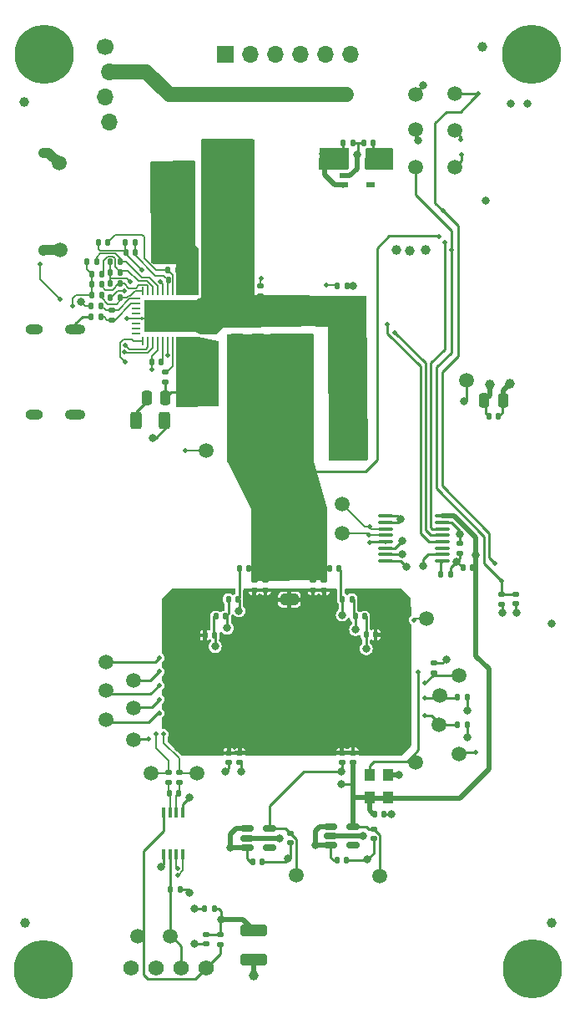
<source format=gbr>
%TF.GenerationSoftware,KiCad,Pcbnew,8.0.1*%
%TF.CreationDate,2024-06-21T14:23:06+08:00*%
%TF.ProjectId,bitaxeSupra,62697461-7865-4537-9570-72612e6b6963,rev?*%
%TF.SameCoordinates,Original*%
%TF.FileFunction,Copper,L1,Top*%
%TF.FilePolarity,Positive*%
%FSLAX46Y46*%
G04 Gerber Fmt 4.6, Leading zero omitted, Abs format (unit mm)*
G04 Created by KiCad (PCBNEW 8.0.1) date 2024-06-21 14:23:06*
%MOMM*%
%LPD*%
G01*
G04 APERTURE LIST*
G04 Aperture macros list*
%AMRoundRect*
0 Rectangle with rounded corners*
0 $1 Rounding radius*
0 $2 $3 $4 $5 $6 $7 $8 $9 X,Y pos of 4 corners*
0 Add a 4 corners polygon primitive as box body*
4,1,4,$2,$3,$4,$5,$6,$7,$8,$9,$2,$3,0*
0 Add four circle primitives for the rounded corners*
1,1,$1+$1,$2,$3*
1,1,$1+$1,$4,$5*
1,1,$1+$1,$6,$7*
1,1,$1+$1,$8,$9*
0 Add four rect primitives between the rounded corners*
20,1,$1+$1,$2,$3,$4,$5,0*
20,1,$1+$1,$4,$5,$6,$7,0*
20,1,$1+$1,$6,$7,$8,$9,0*
20,1,$1+$1,$8,$9,$2,$3,0*%
G04 Aperture macros list end*
%TA.AperFunction,EtchedComponent*%
%ADD10C,0.000100*%
%TD*%
%TA.AperFunction,SMDPad,CuDef*%
%ADD11RoundRect,0.250000X-0.325000X-0.650000X0.325000X-0.650000X0.325000X0.650000X-0.325000X0.650000X0*%
%TD*%
%TA.AperFunction,SMDPad,CuDef*%
%ADD12RoundRect,0.250000X0.475000X-0.250000X0.475000X0.250000X-0.475000X0.250000X-0.475000X-0.250000X0*%
%TD*%
%TA.AperFunction,SMDPad,CuDef*%
%ADD13RoundRect,0.135000X0.135000X0.185000X-0.135000X0.185000X-0.135000X-0.185000X0.135000X-0.185000X0*%
%TD*%
%TA.AperFunction,SMDPad,CuDef*%
%ADD14RoundRect,0.250000X-1.100000X0.325000X-1.100000X-0.325000X1.100000X-0.325000X1.100000X0.325000X0*%
%TD*%
%TA.AperFunction,SMDPad,CuDef*%
%ADD15C,1.500000*%
%TD*%
%TA.AperFunction,SMDPad,CuDef*%
%ADD16RoundRect,0.140000X-0.140000X-0.170000X0.140000X-0.170000X0.140000X0.170000X-0.140000X0.170000X0*%
%TD*%
%TA.AperFunction,SMDPad,CuDef*%
%ADD17C,1.000000*%
%TD*%
%TA.AperFunction,SMDPad,CuDef*%
%ADD18R,0.250000X0.250000*%
%TD*%
%TA.AperFunction,SMDPad,CuDef*%
%ADD19RoundRect,0.140000X0.140000X0.170000X-0.140000X0.170000X-0.140000X-0.170000X0.140000X-0.170000X0*%
%TD*%
%TA.AperFunction,SMDPad,CuDef*%
%ADD20RoundRect,0.140000X0.170000X-0.140000X0.170000X0.140000X-0.170000X0.140000X-0.170000X-0.140000X0*%
%TD*%
%TA.AperFunction,SMDPad,CuDef*%
%ADD21RoundRect,0.140000X-0.170000X0.140000X-0.170000X-0.140000X0.170000X-0.140000X0.170000X0.140000X0*%
%TD*%
%TA.AperFunction,SMDPad,CuDef*%
%ADD22RoundRect,0.135000X-0.185000X0.135000X-0.185000X-0.135000X0.185000X-0.135000X0.185000X0.135000X0*%
%TD*%
%TA.AperFunction,SMDPad,CuDef*%
%ADD23RoundRect,0.250000X0.312500X0.625000X-0.312500X0.625000X-0.312500X-0.625000X0.312500X-0.625000X0*%
%TD*%
%TA.AperFunction,SMDPad,CuDef*%
%ADD24RoundRect,0.150000X-0.512500X-0.150000X0.512500X-0.150000X0.512500X0.150000X-0.512500X0.150000X0*%
%TD*%
%TA.AperFunction,SMDPad,CuDef*%
%ADD25RoundRect,0.135000X-0.135000X-0.185000X0.135000X-0.185000X0.135000X0.185000X-0.135000X0.185000X0*%
%TD*%
%TA.AperFunction,SMDPad,CuDef*%
%ADD26RoundRect,0.250000X-0.250000X-0.475000X0.250000X-0.475000X0.250000X0.475000X-0.250000X0.475000X0*%
%TD*%
%TA.AperFunction,SMDPad,CuDef*%
%ADD27RoundRect,0.250000X-0.325000X-1.100000X0.325000X-1.100000X0.325000X1.100000X-0.325000X1.100000X0*%
%TD*%
%TA.AperFunction,SMDPad,CuDef*%
%ADD28R,1.100000X1.300000*%
%TD*%
%TA.AperFunction,ComponentPad*%
%ADD29C,0.800000*%
%TD*%
%TA.AperFunction,ComponentPad*%
%ADD30C,6.000000*%
%TD*%
%TA.AperFunction,SMDPad,CuDef*%
%ADD31RoundRect,0.250000X-0.650000X0.325000X-0.650000X-0.325000X0.650000X-0.325000X0.650000X0.325000X0*%
%TD*%
%TA.AperFunction,SMDPad,CuDef*%
%ADD32RoundRect,0.135000X0.185000X-0.135000X0.185000X0.135000X-0.185000X0.135000X-0.185000X-0.135000X0*%
%TD*%
%TA.AperFunction,SMDPad,CuDef*%
%ADD33R,0.400000X1.100000*%
%TD*%
%TA.AperFunction,ComponentPad*%
%ADD34R,1.700000X1.700000*%
%TD*%
%TA.AperFunction,ComponentPad*%
%ADD35O,1.700000X1.700000*%
%TD*%
%TA.AperFunction,SMDPad,CuDef*%
%ADD36RoundRect,0.100000X-0.637500X-0.100000X0.637500X-0.100000X0.637500X0.100000X-0.637500X0.100000X0*%
%TD*%
%TA.AperFunction,SMDPad,CuDef*%
%ADD37R,4.000000X2.600000*%
%TD*%
%TA.AperFunction,SMDPad,CuDef*%
%ADD38RoundRect,0.062500X0.062500X-0.337500X0.062500X0.337500X-0.062500X0.337500X-0.062500X-0.337500X0*%
%TD*%
%TA.AperFunction,SMDPad,CuDef*%
%ADD39RoundRect,0.062500X0.337500X-0.062500X0.337500X0.062500X-0.337500X0.062500X-0.337500X-0.062500X0*%
%TD*%
%TA.AperFunction,ComponentPad*%
%ADD40C,0.400000*%
%TD*%
%TA.AperFunction,SMDPad,CuDef*%
%ADD41R,5.300000X3.300000*%
%TD*%
%TA.AperFunction,SMDPad,CuDef*%
%ADD42R,0.952500X0.558800*%
%TD*%
%TA.AperFunction,ComponentPad*%
%ADD43C,1.574800*%
%TD*%
%TA.AperFunction,ComponentPad*%
%ADD44C,1.700000*%
%TD*%
%TA.AperFunction,ComponentPad*%
%ADD45O,1.800000X1.000000*%
%TD*%
%TA.AperFunction,ComponentPad*%
%ADD46O,2.100000X1.000000*%
%TD*%
%TA.AperFunction,ViaPad*%
%ADD47C,0.800000*%
%TD*%
%TA.AperFunction,ViaPad*%
%ADD48C,1.000000*%
%TD*%
%TA.AperFunction,ViaPad*%
%ADD49C,0.500000*%
%TD*%
%TA.AperFunction,ViaPad*%
%ADD50C,1.200000*%
%TD*%
%TA.AperFunction,Conductor*%
%ADD51C,0.200000*%
%TD*%
%TA.AperFunction,Conductor*%
%ADD52C,0.508000*%
%TD*%
%TA.AperFunction,Conductor*%
%ADD53C,0.254000*%
%TD*%
%TA.AperFunction,Conductor*%
%ADD54C,1.000000*%
%TD*%
%TA.AperFunction,Conductor*%
%ADD55C,1.500000*%
%TD*%
G04 APERTURE END LIST*
%TO.C,T1*%
D10*
X90654500Y-77715000D02*
X90724500Y-77715000D01*
X90724500Y-77965000D01*
X90654500Y-77965000D01*
X90654500Y-77715000D01*
%TA.AperFunction,EtchedComponent*%
G36*
X90654500Y-77715000D02*
G01*
X90724500Y-77715000D01*
X90724500Y-77965000D01*
X90654500Y-77965000D01*
X90654500Y-77715000D01*
G37*
%TD.AperFunction*%
%TD*%
D11*
%TO.P,C20,1*%
%TO.N,/VDD*%
X107435000Y-81120000D03*
%TO.P,C20,2*%
%TO.N,GND*%
X110385000Y-81120000D03*
%TD*%
D12*
%TO.P,C15,1*%
%TO.N,/VDD*%
X100360000Y-79860000D03*
%TO.P,C15,2*%
%TO.N,GND*%
X100360000Y-77960000D03*
%TD*%
D13*
%TO.P,R21,1*%
%TO.N,GND*%
X122010000Y-103710000D03*
%TO.P,R21,2*%
%TO.N,Net-(U9-OE)*%
X120990000Y-103710000D03*
%TD*%
D14*
%TO.P,C51,1*%
%TO.N,/5V*%
X102045000Y-139815000D03*
%TO.P,C51,2*%
%TO.N,GND*%
X102045000Y-142765000D03*
%TD*%
D15*
%TO.P,TP19,1,1*%
%TO.N,/BM1368/1V2*%
X114860000Y-134280000D03*
%TD*%
D16*
%TO.P,C9,1*%
%TO.N,/5V*%
X96090000Y-72760000D03*
%TO.P,C9,2*%
%TO.N,GND*%
X97050000Y-72760000D03*
%TD*%
D17*
%TO.P,FID2,*%
%TO.N,*%
X125270000Y-50310000D03*
%TD*%
%TO.P,FID4,*%
%TO.N,*%
X132260000Y-139060000D03*
%TD*%
%TO.P,FID3,*%
%TO.N,*%
X78850000Y-139070000D03*
%TD*%
D18*
%TO.P,T1,1*%
%TO.N,/Power/AGND*%
X90535000Y-77840000D03*
%TO.P,T1,2*%
%TO.N,GND*%
X90845000Y-77840000D03*
%TD*%
D19*
%TO.P,C41,1*%
%TO.N,/VDD*%
X101570000Y-103154000D03*
%TO.P,C41,2*%
%TO.N,/BM1368/VDD1_1*%
X100610000Y-103154000D03*
%TD*%
D15*
%TO.P,TP21,1,1*%
%TO.N,Net-(U8-INV_CLKO)*%
X122860000Y-121970000D03*
%TD*%
%TO.P,TP18,1,1*%
%TO.N,Net-(U8-LITE_PAD)*%
X120820000Y-119010000D03*
%TD*%
D20*
%TO.P,C42,1*%
%TO.N,Net-(U8-VDDIO_12_1)*%
X100655438Y-122810000D03*
%TO.P,C42,2*%
%TO.N,GND*%
X100655438Y-121850000D03*
%TD*%
D15*
%TO.P,TP8,1,1*%
%TO.N,/3V3*%
X123610000Y-84120000D03*
%TD*%
D21*
%TO.P,C40,1*%
%TO.N,/VDD*%
X108072400Y-104360000D03*
%TO.P,C40,2*%
%TO.N,GND*%
X108072400Y-105320000D03*
%TD*%
D22*
%TO.P,R23,1,1*%
%TO.N,/Fan/TEMP_P*%
X94520000Y-123850000D03*
%TO.P,R23,2,2*%
%TO.N,/Fan/TEMP_DP*%
X94520000Y-124870000D03*
%TD*%
D19*
%TO.P,C46,1*%
%TO.N,/BM1368/VDD2_1*%
X99161000Y-108024000D03*
%TO.P,C46,2*%
%TO.N,/BM1368/VDD3_1*%
X98201000Y-108024000D03*
%TD*%
D21*
%TO.P,C39,1*%
%TO.N,/VDD*%
X102110000Y-104360000D03*
%TO.P,C39,2*%
%TO.N,GND*%
X102110000Y-105320000D03*
%TD*%
D23*
%TO.P,R12,1*%
%TO.N,GND*%
X93012500Y-88210000D03*
%TO.P,R12,2*%
%TO.N,Net-(C11-Pad1)*%
X90087500Y-88210000D03*
%TD*%
D21*
%TO.P,C13,1*%
%TO.N,Net-(U2-VOSNS)*%
X87630000Y-77010000D03*
%TO.P,C13,2*%
%TO.N,Net-(U2-GOSNS)*%
X87630000Y-77970000D03*
%TD*%
D12*
%TO.P,C14,1*%
%TO.N,/VDD*%
X104580000Y-79880000D03*
%TO.P,C14,2*%
%TO.N,GND*%
X104580000Y-77980000D03*
%TD*%
D24*
%TO.P,U6,1,VIN*%
%TO.N,/5V*%
X101392500Y-129520000D03*
%TO.P,U6,2,GND*%
%TO.N,GND*%
X101392500Y-130470000D03*
%TO.P,U6,3,EN*%
%TO.N,/5V*%
X101392500Y-131420000D03*
%TO.P,U6,4,PG*%
%TO.N,unconnected-(U6-PG-Pad4)*%
X103667500Y-131420000D03*
%TO.P,U6,5,VOUT*%
%TO.N,/BM1368/0V8*%
X103667500Y-129520000D03*
%TD*%
D25*
%TO.P,R1,1*%
%TO.N,Net-(U2-BP1V5)*%
X85590000Y-75500000D03*
%TO.P,R1,2*%
%TO.N,Net-(U2-MSEL1)*%
X86610000Y-75500000D03*
%TD*%
D15*
%TO.P,TP13,1,1*%
%TO.N,/BM1368/RST_N*%
X110990000Y-96640000D03*
%TD*%
%TO.P,TP37,1,1*%
%TO.N,/Fan/FAN_TACH*%
X93610000Y-140380000D03*
%TD*%
%TO.P,TP35,1,1*%
%TO.N,/Fan/TEMP_P*%
X96280000Y-123890000D03*
%TD*%
D13*
%TO.P,R8,1*%
%TO.N,Net-(U2-EN{slash}UVLO)*%
X90070000Y-70100000D03*
%TO.P,R8,2*%
%TO.N,/Power/AGND*%
X89050000Y-70100000D03*
%TD*%
%TO.P,R11,1*%
%TO.N,/5V*%
X94390000Y-72930000D03*
%TO.P,R11,2*%
%TO.N,Net-(U2-AVIN)*%
X93370000Y-72930000D03*
%TD*%
D11*
%TO.P,C18,1*%
%TO.N,/VDD*%
X107435000Y-87660000D03*
%TO.P,C18,2*%
%TO.N,GND*%
X110385000Y-87660000D03*
%TD*%
D15*
%TO.P,TP38,1,1*%
%TO.N,/Fan/FAN_PWM*%
X90300000Y-140410000D03*
%TD*%
%TO.P,TP33,1,1*%
%TO.N,/BM1368/BO*%
X87080000Y-118492000D03*
%TD*%
%TO.P,TP3,1,1*%
%TO.N,/VDD*%
X101980000Y-91230000D03*
%TD*%
D26*
%TO.P,C24,1*%
%TO.N,/3V3*%
X125440000Y-86180000D03*
%TO.P,C24,2*%
%TO.N,GND*%
X127340000Y-86180000D03*
%TD*%
D15*
%TO.P,TP9,1,1*%
%TO.N,/ESP32/IO0*%
X122440000Y-55090000D03*
%TD*%
D12*
%TO.P,C16,1*%
%TO.N,/VDD*%
X102480000Y-79860000D03*
%TO.P,C16,2*%
%TO.N,GND*%
X102480000Y-77960000D03*
%TD*%
D20*
%TO.P,C45,1*%
%TO.N,Net-(U8-VDDIO_08_1)*%
X99525438Y-122820000D03*
%TO.P,C45,2*%
%TO.N,GND*%
X99525438Y-121860000D03*
%TD*%
D21*
%TO.P,C10,1*%
%TO.N,Net-(U2-VDD5)*%
X102750000Y-74560000D03*
%TO.P,C10,2*%
%TO.N,GND*%
X102750000Y-75520000D03*
%TD*%
D25*
%TO.P,R2,1*%
%TO.N,Net-(U2-BP1V5)*%
X85110000Y-72100000D03*
%TO.P,R2,2*%
%TO.N,Net-(U2-MSEL2)*%
X86130000Y-72100000D03*
%TD*%
D20*
%TO.P,C35,1*%
%TO.N,/BM1368/1V2*%
X112140000Y-122790000D03*
%TO.P,C35,2*%
%TO.N,GND*%
X112140000Y-121830000D03*
%TD*%
D27*
%TO.P,C4,1*%
%TO.N,/5V*%
X95125000Y-66550000D03*
%TO.P,C4,2*%
%TO.N,GND*%
X98075000Y-66550000D03*
%TD*%
D16*
%TO.P,C6,1*%
%TO.N,/5V*%
X96090000Y-74000000D03*
%TO.P,C6,2*%
%TO.N,GND*%
X97050000Y-74000000D03*
%TD*%
%TO.P,C25,1*%
%TO.N,/3V3*%
X125910000Y-87790000D03*
%TO.P,C25,2*%
%TO.N,GND*%
X126870000Y-87790000D03*
%TD*%
D28*
%TO.P,U7,1,EN*%
%TO.N,/BM1368/1V2*%
X115680000Y-126370000D03*
%TO.P,U7,2,GND*%
%TO.N,GND*%
X115680000Y-124070000D03*
%TO.P,U7,3,OUT*%
%TO.N,/BM1368/CLKI*%
X113780000Y-124070000D03*
%TO.P,U7,4,VIN*%
%TO.N,/BM1368/1V2*%
X113780000Y-126370000D03*
%TD*%
D16*
%TO.P,C27,1*%
%TO.N,/5V*%
X101940000Y-132840000D03*
%TO.P,C27,2*%
%TO.N,GND*%
X102900000Y-132840000D03*
%TD*%
D29*
%TO.P,H1,1,1*%
%TO.N,GND*%
X127985010Y-51120990D03*
X128644020Y-49530000D03*
X128644020Y-52711980D03*
X130235010Y-48870990D03*
D30*
X130235010Y-51120990D03*
D29*
X130235010Y-53370990D03*
X131826000Y-49530000D03*
X131826000Y-52711980D03*
X132485010Y-51120990D03*
%TD*%
D15*
%TO.P,TP4,1,1*%
%TO.N,GND*%
X97220000Y-91210000D03*
%TD*%
D13*
%TO.P,R7,1*%
%TO.N,Net-(U2-ADRSEL)*%
X88520000Y-74320000D03*
%TO.P,R7,2*%
%TO.N,/Power/AGND*%
X87500000Y-74320000D03*
%TD*%
D15*
%TO.P,TP11,1,1*%
%TO.N,/3V3*%
X118480000Y-58690000D03*
%TD*%
D19*
%TO.P,C29,1*%
%TO.N,GND*%
X115270000Y-128010000D03*
%TO.P,C29,2*%
%TO.N,/BM1368/1V2*%
X114310000Y-128010000D03*
%TD*%
D17*
%TO.P,FID1,*%
%TO.N,*%
X78750000Y-55900000D03*
%TD*%
D21*
%TO.P,C12,1*%
%TO.N,Net-(U2-BOOT)*%
X93100000Y-83280000D03*
%TO.P,C12,2*%
%TO.N,/Power/SW*%
X93100000Y-84240000D03*
%TD*%
D15*
%TO.P,TP14,1,1*%
%TO.N,/BM1368/CI*%
X110990000Y-99610000D03*
%TD*%
D13*
%TO.P,R19,1*%
%TO.N,GND*%
X123720000Y-118980000D03*
%TO.P,R19,2*%
%TO.N,Net-(U8-LITE_PAD)*%
X122700000Y-118980000D03*
%TD*%
D15*
%TO.P,TP5,1,1*%
%TO.N,/ESP32/EN*%
X118460000Y-62540000D03*
%TD*%
%TO.P,TP36,1,1*%
%TO.N,/Fan/TEMP_N*%
X91650000Y-123880000D03*
%TD*%
D31*
%TO.P,C43,1*%
%TO.N,/VDD*%
X105670000Y-103375000D03*
%TO.P,C43,2*%
%TO.N,GND*%
X105670000Y-106325000D03*
%TD*%
D15*
%TO.P,TP15,1,1*%
%TO.N,/BM1368/RO*%
X119550000Y-108280000D03*
%TD*%
%TO.P,TP22,1,1*%
%TO.N,/BM1368/CLKI*%
X118520000Y-122760000D03*
%TD*%
D32*
%TO.P,R25,1*%
%TO.N,/Fan/FAN_PWM*%
X98640000Y-141260000D03*
%TO.P,R25,2*%
%TO.N,/5V*%
X98640000Y-140240000D03*
%TD*%
D21*
%TO.P,C22,1*%
%TO.N,/ESP32/EN*%
X128670000Y-105770000D03*
%TO.P,C22,2*%
%TO.N,GND*%
X128670000Y-106730000D03*
%TD*%
D33*
%TO.P,U10,1,VDD*%
%TO.N,/3V3*%
X94870000Y-127840000D03*
%TO.P,U10,2,DP*%
%TO.N,/Fan/TEMP_DP*%
X94220000Y-127840000D03*
%TO.P,U10,3,DN*%
%TO.N,/Fan/TEMP_DN*%
X93570000Y-127840000D03*
%TO.P,U10,4,FAN*%
%TO.N,/Fan/FAN_PWM*%
X92920000Y-127840000D03*
%TO.P,U10,5,GND*%
%TO.N,GND*%
X92920000Y-132140000D03*
%TO.P,U10,6,ALERT/TACH*%
%TO.N,/Fan/FAN_TACH*%
X93570000Y-132140000D03*
%TO.P,U10,7,SMDATA*%
%TO.N,/SDA*%
X94220000Y-132140000D03*
%TO.P,U10,8,SMCLK*%
%TO.N,/SCL*%
X94870000Y-132140000D03*
%TD*%
D19*
%TO.P,C8,1*%
%TO.N,Net-(U2-EN{slash}UVLO)*%
X90040000Y-71130000D03*
%TO.P,C8,2*%
%TO.N,/Power/AGND*%
X89080000Y-71130000D03*
%TD*%
D25*
%TO.P,R5,1*%
%TO.N,/Power/AGND*%
X87490000Y-75720000D03*
%TO.P,R5,2*%
%TO.N,Net-(U2-MSEL1)*%
X88510000Y-75720000D03*
%TD*%
D13*
%TO.P,R6,1*%
%TO.N,Net-(U2-MSEL2)*%
X88510000Y-72100000D03*
%TO.P,R6,2*%
%TO.N,/Power/AGND*%
X87490000Y-72100000D03*
%TD*%
D15*
%TO.P,TP29,1,1*%
%TO.N,/BM1368/NRSTO*%
X87080000Y-112616000D03*
%TD*%
D24*
%TO.P,U5,1,VIN*%
%TO.N,/5V*%
X109843500Y-129279000D03*
%TO.P,U5,2,GND*%
%TO.N,GND*%
X109843500Y-130229000D03*
%TO.P,U5,3,EN*%
%TO.N,/5V*%
X109843500Y-131179000D03*
%TO.P,U5,4,PG*%
%TO.N,unconnected-(U5-PG-Pad4)*%
X112118500Y-131179000D03*
%TO.P,U5,5,VOUT*%
%TO.N,/BM1368/1V2*%
X112118500Y-129279000D03*
%TD*%
D29*
%TO.P,H3,1,1*%
%TO.N,GND*%
X128052000Y-143728000D03*
X128711010Y-142137010D03*
X128711010Y-145318990D03*
X130302000Y-141478000D03*
D30*
X130302000Y-143728000D03*
D29*
X130302000Y-145978000D03*
X131892990Y-142137010D03*
X131892990Y-145318990D03*
X132552000Y-143728000D03*
%TD*%
D21*
%TO.P,C49,1*%
%TO.N,/3V3*%
X122930000Y-100640000D03*
%TO.P,C49,2*%
%TO.N,GND*%
X122930000Y-101600000D03*
%TD*%
D15*
%TO.P,TP2,1,1*%
%TO.N,GND*%
X82310000Y-62100000D03*
%TD*%
D13*
%TO.P,R9,1*%
%TO.N,/5V*%
X94400000Y-73990000D03*
%TO.P,R9,2*%
%TO.N,Net-(U2-EN{slash}UVLO)*%
X93380000Y-73990000D03*
%TD*%
D21*
%TO.P,C38,1*%
%TO.N,/VDD*%
X103240000Y-104360000D03*
%TO.P,C38,2*%
%TO.N,GND*%
X103240000Y-105320000D03*
%TD*%
D19*
%TO.P,C23,1*%
%TO.N,/3V3*%
X114200000Y-60030000D03*
%TO.P,C23,2*%
%TO.N,GND*%
X113240000Y-60030000D03*
%TD*%
D15*
%TO.P,TP6,1,1*%
%TO.N,/ESP32/P_TX*%
X122430000Y-62540000D03*
%TD*%
D11*
%TO.P,C19,1*%
%TO.N,/VDD*%
X107435000Y-84400000D03*
%TO.P,C19,2*%
%TO.N,GND*%
X110385000Y-84400000D03*
%TD*%
D25*
%TO.P,R4,1*%
%TO.N,Net-(U2-BP1V5)*%
X85590000Y-73360000D03*
%TO.P,R4,2*%
%TO.N,Net-(U2-VSEL)*%
X86610000Y-73360000D03*
%TD*%
D22*
%TO.P,R17,1*%
%TO.N,GND*%
X120380000Y-112750000D03*
%TO.P,R17,2*%
%TO.N,/BM1368/BI*%
X120380000Y-113770000D03*
%TD*%
D16*
%TO.P,C7,1*%
%TO.N,/5V*%
X96110000Y-71540000D03*
%TO.P,C7,2*%
%TO.N,GND*%
X97070000Y-71540000D03*
%TD*%
D34*
%TO.P,J4,1,Pin_1*%
%TO.N,/5V*%
X99171505Y-51054000D03*
D35*
%TO.P,J4,2,Pin_2*%
%TO.N,GND*%
X101711505Y-51054000D03*
%TO.P,J4,3,Pin_3*%
%TO.N,Net-(J4-Pin_3)*%
X104251505Y-51054000D03*
%TO.P,J4,4,Pin_4*%
%TO.N,Net-(J4-Pin_4)*%
X106791505Y-51054000D03*
%TO.P,J4,5,Pin_5*%
%TO.N,Net-(J4-Pin_5)*%
X109331505Y-51054000D03*
%TO.P,J4,6,Pin_6*%
%TO.N,Net-(J4-Pin_6)*%
X111871505Y-51054000D03*
%TD*%
D15*
%TO.P,TP16,1,1*%
%TO.N,/BM1368/BI*%
X122860000Y-113980000D03*
%TD*%
%TO.P,TP34,1,1*%
%TO.N,/BM1368/PIN_MODE*%
X89860000Y-120480000D03*
%TD*%
D29*
%TO.P,H4,1,1*%
%TO.N,GND*%
X78455010Y-143830990D03*
X79114020Y-142240000D03*
X79114020Y-145421980D03*
X80705010Y-141580990D03*
D30*
X80705010Y-143830990D03*
D29*
X80705010Y-146080990D03*
X82296000Y-142240000D03*
X82296000Y-145421980D03*
X82955010Y-143830990D03*
%TD*%
D15*
%TO.P,TP1,1,1*%
%TO.N,/5V*%
X82390000Y-70940000D03*
%TD*%
D13*
%TO.P,R13,1*%
%TO.N,Net-(U2-GOSNS)*%
X86600000Y-77640000D03*
%TO.P,R13,2*%
%TO.N,GND*%
X85580000Y-77640000D03*
%TD*%
D21*
%TO.P,C53,1*%
%TO.N,/5V*%
X97200000Y-140250000D03*
%TO.P,C53,2*%
%TO.N,GND*%
X97200000Y-141210000D03*
%TD*%
D19*
%TO.P,C48,1*%
%TO.N,/BM1368/VDD3_1*%
X98090000Y-109925000D03*
%TO.P,C48,2*%
%TO.N,GND*%
X97130000Y-109925000D03*
%TD*%
%TO.P,C28,1*%
%TO.N,GND*%
X114410000Y-109860000D03*
%TO.P,C28,2*%
%TO.N,/BM1368/VDD3_0*%
X113450000Y-109860000D03*
%TD*%
D36*
%TO.P,U9,1,DIR1*%
%TO.N,GND*%
X115427500Y-97855000D03*
%TO.P,U9,2,DIR2*%
X115427500Y-98505000D03*
%TO.P,U9,3,A1*%
%TO.N,/BM1368/RST_N*%
X115427500Y-99155000D03*
%TO.P,U9,4,A2*%
%TO.N,/BM1368/CI*%
X115427500Y-99805000D03*
%TO.P,U9,5,A3*%
%TO.N,/BM1368/RO*%
X115427500Y-100455000D03*
%TO.P,U9,6,A4*%
%TO.N,GND*%
X115427500Y-101105000D03*
%TO.P,U9,7,DIR3*%
%TO.N,/BM1368/1V2*%
X115427500Y-101755000D03*
%TO.P,U9,8,DIR4*%
%TO.N,GND*%
X115427500Y-102405000D03*
%TO.P,U9,9,OE*%
%TO.N,Net-(U9-OE)*%
X121152500Y-102405000D03*
%TO.P,U9,10,GND*%
%TO.N,GND*%
X121152500Y-101755000D03*
%TO.P,U9,11,B4*%
%TO.N,unconnected-(U9-B4-Pad11)*%
X121152500Y-101105000D03*
%TO.P,U9,12,B3*%
%TO.N,/RX*%
X121152500Y-100455000D03*
%TO.P,U9,13,B2*%
%TO.N,/TX*%
X121152500Y-99805000D03*
%TO.P,U9,14,B1*%
%TO.N,/RST*%
X121152500Y-99155000D03*
%TO.P,U9,15,VCCB*%
%TO.N,/3V3*%
X121152500Y-98505000D03*
%TO.P,U9,16,VCCA*%
%TO.N,/BM1368/1V2*%
X121152500Y-97855000D03*
%TD*%
D25*
%TO.P,R24,1*%
%TO.N,/Fan/FAN_TACH*%
X93560000Y-135710000D03*
%TO.P,R24,2*%
%TO.N,/3V3*%
X94580000Y-135710000D03*
%TD*%
D16*
%TO.P,C5,1*%
%TO.N,/Power/AGND*%
X86310000Y-70110000D03*
%TO.P,C5,2*%
%TO.N,Net-(U2-AVIN)*%
X87270000Y-70110000D03*
%TD*%
D19*
%TO.P,C34,1*%
%TO.N,/BM1368/VDD2_0*%
X112010000Y-106266000D03*
%TO.P,C34,2*%
%TO.N,/BM1368/VDD1_0*%
X111050000Y-106266000D03*
%TD*%
D32*
%TO.P,R22,1,1*%
%TO.N,/Fan/TEMP_DN*%
X93380000Y-124870000D03*
%TO.P,R22,2,2*%
%TO.N,/Fan/TEMP_N*%
X93380000Y-123850000D03*
%TD*%
D37*
%TO.P,L1,1,1*%
%TO.N,/Power/SW*%
X96295000Y-85255000D03*
%TO.P,L1,2,2*%
%TO.N,/VDD*%
X104245000Y-85255000D03*
%TD*%
D11*
%TO.P,C17,1*%
%TO.N,/VDD*%
X107415000Y-90910000D03*
%TO.P,C17,2*%
%TO.N,GND*%
X110365000Y-90910000D03*
%TD*%
D16*
%TO.P,C26,1*%
%TO.N,/5V*%
X110481000Y-132739000D03*
%TO.P,C26,2*%
%TO.N,GND*%
X111441000Y-132739000D03*
%TD*%
D19*
%TO.P,C47,1*%
%TO.N,/BM1368/1V2*%
X124270000Y-103110000D03*
%TO.P,C47,2*%
%TO.N,GND*%
X123310000Y-103110000D03*
%TD*%
D20*
%TO.P,C33,1*%
%TO.N,/BM1368/0V8*%
X111000000Y-122790000D03*
%TO.P,C33,2*%
%TO.N,GND*%
X111000000Y-121830000D03*
%TD*%
D29*
%TO.P,H2,1,1*%
%TO.N,GND*%
X78558000Y-51054000D03*
X79217010Y-49463010D03*
X79217010Y-52644990D03*
X80808000Y-48804000D03*
D30*
X80808000Y-51054000D03*
D29*
X80808000Y-53304000D03*
X82398990Y-49463010D03*
X82398990Y-52644990D03*
X83058000Y-51054000D03*
%TD*%
D21*
%TO.P,C37,1*%
%TO.N,/VDD*%
X109190000Y-104360000D03*
%TO.P,C37,2*%
%TO.N,GND*%
X109190000Y-105320000D03*
%TD*%
D19*
%TO.P,C1,1*%
%TO.N,Net-(U2-DRTN)*%
X92650000Y-82220000D03*
%TO.P,C1,2*%
%TO.N,Net-(U2-BP1V5)*%
X91690000Y-82220000D03*
%TD*%
D13*
%TO.P,R18,1*%
%TO.N,GND*%
X123720000Y-116220000D03*
%TO.P,R18,2*%
%TO.N,Net-(U8-ROSC_SEL)*%
X122700000Y-116220000D03*
%TD*%
D19*
%TO.P,C36,1*%
%TO.N,/BM1368/VDD1_0*%
X110695000Y-103146000D03*
%TO.P,C36,2*%
%TO.N,/VDD*%
X109735000Y-103146000D03*
%TD*%
D15*
%TO.P,TP20,1,1*%
%TO.N,/BM1368/0V8*%
X106360000Y-134230000D03*
%TD*%
%TO.P,TP17,1,1*%
%TO.N,Net-(U8-ROSC_SEL)*%
X120900000Y-116060000D03*
%TD*%
%TO.P,TP30,1,1*%
%TO.N,/BM1368/CO*%
X89890000Y-114520000D03*
%TD*%
D25*
%TO.P,R15,1*%
%TO.N,/Power/PGOOD*%
X110480000Y-74510000D03*
%TO.P,R15,2*%
%TO.N,/3V3*%
X111500000Y-74510000D03*
%TD*%
D38*
%TO.P,U2,1,PGD*%
%TO.N,/Power/PGOOD*%
X90830000Y-80090000D03*
%TO.P,U2,2,PMB_DATA*%
%TO.N,/SDA*%
X91330000Y-80090000D03*
%TO.P,U2,3,PMB_CLK*%
%TO.N,/SCL*%
X91830000Y-80090000D03*
%TO.P,U2,4,BP1V5*%
%TO.N,Net-(U2-BP1V5)*%
X92330000Y-80090000D03*
%TO.P,U2,5,DRTN*%
%TO.N,Net-(U2-DRTN)*%
X92830000Y-80090000D03*
%TO.P,U2,6,SMB_ALRT*%
%TO.N,/Power/PMB_ALRT*%
X93330000Y-80090000D03*
%TO.P,U2,7,BOOT*%
%TO.N,Net-(U2-BOOT)*%
X93830000Y-80090000D03*
%TO.P,U2,8,SW*%
%TO.N,/Power/SW*%
X94330000Y-80090000D03*
%TO.P,U2,9,SW*%
X94830000Y-80090000D03*
%TO.P,U2,10,SW*%
X95330000Y-80090000D03*
%TO.P,U2,11,SW*%
X95830000Y-80090000D03*
%TO.P,U2,12,SW*%
X96330000Y-80090000D03*
D39*
%TO.P,U2,13,PGND*%
%TO.N,GND*%
X97080000Y-79340000D03*
%TO.P,U2,14,PGND*%
X97080000Y-78840000D03*
%TO.P,U2,15,PGND*%
X97080000Y-78340000D03*
%TO.P,U2,16,PGND*%
X97080000Y-77840000D03*
%TO.P,U2,17,PGND*%
X97080000Y-77340000D03*
%TO.P,U2,18,PGND*%
X97080000Y-76840000D03*
%TO.P,U2,19,PGND*%
X97080000Y-76340000D03*
%TO.P,U2,20,PGND*%
X97080000Y-75840000D03*
D38*
%TO.P,U2,21,PVIN*%
%TO.N,/5V*%
X96330000Y-75090000D03*
%TO.P,U2,22,PVIN*%
X95830000Y-75090000D03*
%TO.P,U2,23,PVIN*%
X95330000Y-75090000D03*
%TO.P,U2,24,PVIN*%
X94830000Y-75090000D03*
%TO.P,U2,25,PVIN*%
X94330000Y-75090000D03*
%TO.P,U2,26,AVIN*%
%TO.N,Net-(U2-AVIN)*%
X93830000Y-75090000D03*
%TO.P,U2,27,EN/UVLO*%
%TO.N,Net-(U2-EN{slash}UVLO)*%
X93330000Y-75090000D03*
%TO.P,U2,28,VDD5*%
%TO.N,Net-(U2-VDD5)*%
X92830000Y-75090000D03*
%TO.P,U2,29,MSEL2*%
%TO.N,Net-(U2-MSEL2)*%
X92330000Y-75090000D03*
%TO.P,U2,30,VSEL*%
%TO.N,Net-(U2-VSEL)*%
X91830000Y-75090000D03*
%TO.P,U2,31,ADRSEL*%
%TO.N,Net-(U2-ADRSEL)*%
X91330000Y-75090000D03*
%TO.P,U2,32,MSEL1*%
%TO.N,Net-(U2-MSEL1)*%
X90830000Y-75090000D03*
D39*
%TO.P,U2,33,VOSNS*%
%TO.N,Net-(U2-VOSNS)*%
X90080000Y-75840000D03*
%TO.P,U2,34,GOSNS*%
%TO.N,Net-(U2-GOSNS)*%
X90080000Y-76340000D03*
%TO.P,U2,35,VSHARE*%
%TO.N,unconnected-(U2-VSHARE-Pad35)*%
X90080000Y-76840000D03*
%TO.P,U2,36,NC*%
%TO.N,unconnected-(U2-NC-Pad36)*%
X90080000Y-77340000D03*
%TO.P,U2,37,AGND*%
%TO.N,/Power/AGND*%
X90080000Y-77840000D03*
%TO.P,U2,38,SYNC*%
%TO.N,unconnected-(U2-SYNC-Pad38)*%
X90080000Y-78340000D03*
%TO.P,U2,39,BCX_CLK*%
%TO.N,unconnected-(U2-BCX_CLK-Pad39)*%
X90080000Y-78840000D03*
%TO.P,U2,40,BCX_DAT*%
%TO.N,unconnected-(U2-BCX_DAT-Pad40)*%
X90080000Y-79340000D03*
D40*
%TO.P,U2,41,PAD*%
%TO.N,GND*%
X92180000Y-78870000D03*
X93580000Y-78870000D03*
X94980000Y-78870000D03*
X91180000Y-77590000D03*
X92180000Y-77590000D03*
X93580000Y-77590000D03*
D41*
X93580000Y-77590000D03*
D40*
X94980000Y-77590000D03*
X95980000Y-77590000D03*
X92180000Y-76310000D03*
X93580000Y-76310000D03*
X94980000Y-76310000D03*
%TD*%
D27*
%TO.P,C3,1*%
%TO.N,/5V*%
X95125000Y-63300000D03*
%TO.P,C3,2*%
%TO.N,GND*%
X98075000Y-63300000D03*
%TD*%
D25*
%TO.P,R3,1*%
%TO.N,Net-(U2-BP1V5)*%
X85590000Y-74330000D03*
%TO.P,R3,2*%
%TO.N,Net-(U2-ADRSEL)*%
X86610000Y-74330000D03*
%TD*%
D19*
%TO.P,C50,1*%
%TO.N,/Fan/TEMP_DP*%
X94440000Y-125940000D03*
%TO.P,C50,2*%
%TO.N,/Fan/TEMP_DN*%
X93480000Y-125940000D03*
%TD*%
D13*
%TO.P,R10,1*%
%TO.N,Net-(U2-VSEL)*%
X88520000Y-73170000D03*
%TO.P,R10,2*%
%TO.N,/Power/AGND*%
X87500000Y-73170000D03*
%TD*%
D19*
%TO.P,C32,1*%
%TO.N,/BM1368/VDD3_0*%
X113310000Y-108026000D03*
%TO.P,C32,2*%
%TO.N,/BM1368/VDD2_0*%
X112350000Y-108026000D03*
%TD*%
D32*
%TO.P,R16,1*%
%TO.N,/3V3*%
X127240000Y-106770000D03*
%TO.P,R16,2*%
%TO.N,/ESP32/EN*%
X127240000Y-105750000D03*
%TD*%
D19*
%TO.P,C52,1*%
%TO.N,/5V*%
X98040000Y-137640000D03*
%TO.P,C52,2*%
%TO.N,GND*%
X97080000Y-137640000D03*
%TD*%
D26*
%TO.P,C11,1*%
%TO.N,Net-(C11-Pad1)*%
X91190000Y-85860000D03*
%TO.P,C11,2*%
%TO.N,/Power/SW*%
X93090000Y-85860000D03*
%TD*%
D16*
%TO.P,C21,1*%
%TO.N,/5V*%
X111140000Y-60030000D03*
%TO.P,C21,2*%
%TO.N,GND*%
X112100000Y-60030000D03*
%TD*%
D15*
%TO.P,TP31,1,1*%
%TO.N,/BM1368/RI*%
X87080000Y-115554000D03*
%TD*%
%TO.P,TP7,1,1*%
%TO.N,/ESP32/P_RX*%
X122420000Y-58830000D03*
%TD*%
%TO.P,TP32,1,1*%
%TO.N,/BM1368/CLKO*%
X89890000Y-117310000D03*
%TD*%
D25*
%TO.P,R14,1*%
%TO.N,/VDD*%
X85580000Y-76570000D03*
%TO.P,R14,2*%
%TO.N,Net-(U2-VOSNS)*%
X86600000Y-76570000D03*
%TD*%
D21*
%TO.P,C30,1*%
%TO.N,/BM1368/1V2*%
X114240000Y-129540000D03*
%TO.P,C30,2*%
%TO.N,GND*%
X114240000Y-130500000D03*
%TD*%
D26*
%TO.P,C2,1*%
%TO.N,/5V*%
X95650000Y-69350000D03*
%TO.P,C2,2*%
%TO.N,GND*%
X97550000Y-69350000D03*
%TD*%
D19*
%TO.P,C44,1*%
%TO.N,/BM1368/VDD1_1*%
X100441000Y-106284000D03*
%TO.P,C44,2*%
%TO.N,/BM1368/VDD2_1*%
X99481000Y-106284000D03*
%TD*%
D42*
%TO.P,U3,1,VIN*%
%TO.N,/5V*%
X111185050Y-62440200D03*
%TO.P,U3,2,GND*%
%TO.N,GND*%
X111185050Y-63380000D03*
%TO.P,U3,3,EN*%
%TO.N,/5V*%
X111185050Y-64319800D03*
%TO.P,U3,4,NC*%
%TO.N,unconnected-(U3-NC-Pad4)*%
X113940950Y-64319800D03*
%TO.P,U3,5,VOUT*%
%TO.N,/3V3*%
X113940950Y-62440200D03*
%TD*%
D15*
%TO.P,TP10,1,1*%
%TO.N,GND*%
X118480000Y-55140000D03*
%TD*%
D21*
%TO.P,C31,1*%
%TO.N,/BM1368/0V8*%
X105750000Y-129990000D03*
%TO.P,C31,2*%
%TO.N,GND*%
X105750000Y-130950000D03*
%TD*%
D43*
%TO.P,J6,1,Pin_1*%
%TO.N,GND*%
X89621000Y-143622000D03*
%TO.P,J6,2,Pin_2*%
%TO.N,/5V*%
X92161000Y-143622000D03*
%TO.P,J6,3,Pin_3*%
%TO.N,/Fan/FAN_TACH*%
X94701000Y-143622000D03*
%TO.P,J6,4,Pin_4*%
%TO.N,/Fan/FAN_PWM*%
X97241000Y-143622000D03*
%TD*%
D44*
%TO.P,J3,1,Pin_1*%
%TO.N,GND*%
X87005000Y-50292000D03*
D35*
%TO.P,J3,2,Pin_2*%
%TO.N,/3V3*%
X87405000Y-52832000D03*
%TO.P,J3,3,Pin_3*%
%TO.N,/SCL*%
X87005000Y-55372000D03*
%TO.P,J3,4,Pin_4*%
%TO.N,/SDA*%
X87405000Y-57912000D03*
%TD*%
D45*
%TO.P,J5,S1,SHIELD*%
%TO.N,GND*%
X79790000Y-87580000D03*
D46*
X83970000Y-87580000D03*
D45*
X79790000Y-78940000D03*
D46*
X83970000Y-78940000D03*
%TD*%
D47*
%TO.N,GND*%
X110930000Y-119290000D03*
X113580000Y-132650000D03*
X99600000Y-114090000D03*
X105580000Y-118749000D03*
D48*
X100043332Y-65740000D03*
D47*
X112180000Y-120800000D03*
D48*
X100093332Y-60280000D03*
D47*
X104640000Y-130470000D03*
X105540000Y-132550000D03*
D48*
X116540000Y-70920000D03*
X101416668Y-61640000D03*
D47*
X125600000Y-65940000D03*
X116770000Y-124080000D03*
X104088000Y-117780000D03*
D49*
X95080000Y-91220000D03*
D47*
X105556000Y-117786000D03*
D48*
X111860000Y-87470000D03*
D47*
X115260000Y-109040000D03*
X123750000Y-117530000D03*
D48*
X111860000Y-91040000D03*
D47*
X98450000Y-78230000D03*
X96070000Y-137650000D03*
X116050000Y-128010000D03*
D48*
X111860000Y-89030000D03*
D47*
X105580000Y-119790000D03*
X119270000Y-54220000D03*
X128130000Y-56090000D03*
D48*
X101370000Y-65740000D03*
D47*
X111730000Y-114130000D03*
D48*
X80680000Y-61050000D03*
X102050000Y-144400000D03*
D47*
X99550000Y-67970000D03*
X91790000Y-89910000D03*
X117090000Y-100360000D03*
D48*
X101356668Y-64450000D03*
D47*
X121580000Y-112400000D03*
D48*
X111860000Y-83000000D03*
X101420000Y-60280000D03*
D47*
X107100000Y-117750000D03*
X122640000Y-102460000D03*
X96070000Y-141200000D03*
D48*
X97440000Y-60280000D03*
D47*
X113180000Y-130220000D03*
D48*
X117910000Y-70950000D03*
D47*
X119280000Y-102930000D03*
X100965000Y-119265000D03*
D48*
X100050000Y-63040000D03*
X100030000Y-64450000D03*
D47*
X123710000Y-120230000D03*
X96600000Y-108920000D03*
X105580000Y-115626000D03*
X100490000Y-76620000D03*
X98460000Y-76630000D03*
X99490000Y-70390000D03*
X99390000Y-120780000D03*
D48*
X98766666Y-60280000D03*
D47*
X92680000Y-133370000D03*
X128690000Y-107620000D03*
X112512000Y-61250000D03*
X105580000Y-116667000D03*
X104560000Y-76600000D03*
D48*
X101376668Y-63040000D03*
X119454234Y-70914234D03*
X128020000Y-84450000D03*
X111860000Y-85460000D03*
D47*
X116990000Y-98200000D03*
D48*
X100090000Y-61640000D03*
D47*
X102570000Y-76600000D03*
X132297000Y-108743000D03*
X117550000Y-103000000D03*
X98460000Y-74920000D03*
D50*
%TO.N,/VDD*%
X103660000Y-97850000D03*
D49*
X120850000Y-69510000D03*
D50*
X103660000Y-99730000D03*
D47*
X84500000Y-76160000D03*
D50*
X107560000Y-97880000D03*
D49*
X99780000Y-81020000D03*
D50*
X105650000Y-101710000D03*
X103660000Y-101690000D03*
X105650000Y-99750000D03*
X107560000Y-101740000D03*
X105650000Y-97850000D03*
X107560000Y-99780000D03*
D49*
%TO.N,/ESP32/EN*%
X122101300Y-70905000D03*
X127228000Y-104448000D03*
D48*
%TO.N,/5V*%
X93620000Y-68975000D03*
X93620000Y-71720000D03*
X92330000Y-70347500D03*
D50*
X109280000Y-61185155D03*
D47*
X108290000Y-131179000D03*
D48*
X92330000Y-66230000D03*
X93620000Y-67602500D03*
X93620000Y-70347500D03*
X92330000Y-68975000D03*
D47*
X99710000Y-131420000D03*
D48*
X92330000Y-71720000D03*
X80680000Y-70950000D03*
X92330000Y-67602500D03*
D47*
X98770000Y-138720000D03*
D48*
X93620000Y-66230000D03*
D47*
%TO.N,/3V3*%
X129830000Y-56090000D03*
D48*
X126000000Y-84500000D03*
D47*
X123394000Y-86260000D03*
X112160000Y-74520000D03*
X95550000Y-135970000D03*
D50*
X111440000Y-55180000D03*
D47*
X122930000Y-99700000D03*
X118711400Y-59800000D03*
X127250000Y-107630000D03*
D48*
X115370000Y-61560000D03*
D47*
X95560000Y-126330000D03*
D49*
%TO.N,/TX*%
X116380000Y-79250000D03*
%TO.N,/RX*%
X115580000Y-78420000D03*
%TO.N,/RST*%
X121476817Y-70170000D03*
%TO.N,/SCL*%
X94317599Y-134229617D03*
X88970000Y-81220000D03*
%TO.N,Net-(U2-BP1V5)*%
X91690000Y-82980000D03*
X83660000Y-76570000D03*
%TO.N,/ESP32/P_TX*%
X123105000Y-61285000D03*
%TO.N,/ESP32/P_RX*%
X123040000Y-59730000D03*
%TO.N,/ESP32/IO0*%
X121244400Y-66945600D03*
X124830000Y-55100000D03*
X126520000Y-102640000D03*
%TO.N,Net-(U2-VDD5)*%
X92570000Y-74110000D03*
X102820000Y-73740000D03*
%TO.N,/Power/PGOOD*%
X89020000Y-82280000D03*
X109410000Y-74490000D03*
D47*
%TO.N,/BM1368/1V2*%
X110950000Y-124990000D03*
X124600000Y-101830000D03*
X117120000Y-101750000D03*
D49*
%TO.N,/SDA*%
X80390000Y-72370000D03*
X94340000Y-133580000D03*
X88990000Y-80510000D03*
X82390000Y-75900000D03*
D47*
%TO.N,Net-(U8-VDDIO_12_1)*%
X100770000Y-123700000D03*
%TO.N,Net-(U8-VDDIO_08_1)*%
X99180000Y-123710000D03*
D49*
%TO.N,Net-(U8-ROSC_SEL)*%
X119430000Y-116250000D03*
D47*
%TO.N,/BM1368/VDD3_0*%
X113470000Y-111290000D03*
%TO.N,/BM1368/VDD2_0*%
X112390000Y-109350000D03*
%TO.N,/BM1368/0V8*%
X110970000Y-123700000D03*
%TO.N,/BM1368/VDD1_0*%
X111030000Y-107870000D03*
%TO.N,/BM1368/VDD1_1*%
X100553800Y-107457400D03*
D49*
%TO.N,Net-(U8-LITE_PAD)*%
X119420000Y-118020000D03*
D47*
%TO.N,/BM1368/VDD2_1*%
X99360000Y-109210000D03*
%TO.N,/BM1368/VDD3_1*%
X98140000Y-111060000D03*
D49*
%TO.N,/BM1368/BI*%
X119420000Y-114790000D03*
%TO.N,Net-(U8-INV_CLKO)*%
X124540000Y-121820000D03*
%TO.N,/BM1368/CLKI*%
X118740000Y-113660000D03*
%TO.N,/BM1368/BO*%
X92480000Y-117815712D03*
%TO.N,/BM1368/CI*%
X113770000Y-99770000D03*
%TO.N,/BM1368/RO*%
X113830000Y-100500000D03*
X118320000Y-108370000D03*
%TO.N,/BM1368/RST_N*%
X113800000Y-98950000D03*
%TO.N,/BM1368/NRSTO*%
X92480000Y-112210000D03*
%TO.N,/BM1368/RI*%
X92480000Y-115012856D03*
%TO.N,/BM1368/CLKO*%
X92480000Y-116414284D03*
%TO.N,/BM1368/CO*%
X92480000Y-113611428D03*
%TO.N,/BM1368/PIN_MODE*%
X91400000Y-120430000D03*
%TO.N,/Fan/TEMP_N*%
X92180000Y-119960000D03*
%TO.N,/Fan/TEMP_P*%
X92940000Y-119930000D03*
%TO.N,/Power/AGND*%
X89530000Y-74090000D03*
X89170000Y-77830000D03*
X90680000Y-72940000D03*
X88930000Y-75050000D03*
%TO.N,/Power/PMB_ALRT*%
X93330000Y-81550000D03*
%TD*%
D51*
%TO.N,GND*%
X112640000Y-61122000D02*
X112512000Y-61250000D01*
D52*
X111185050Y-63380000D02*
X111189050Y-63376000D01*
X127340000Y-85130000D02*
X127340000Y-86180000D01*
D53*
X85580000Y-77640000D02*
X84680000Y-77640000D01*
X119280000Y-102250000D02*
X119280000Y-102930000D01*
X97200000Y-141210000D02*
X96080000Y-141210000D01*
X118480000Y-55010000D02*
X119270000Y-54220000D01*
X123310000Y-103110000D02*
X123290000Y-103110000D01*
D52*
X102050000Y-144400000D02*
X102050000Y-143770000D01*
X111189050Y-63376000D02*
X111824000Y-63376000D01*
D53*
X123720000Y-116220000D02*
X123720000Y-117500000D01*
D54*
X80680000Y-61050000D02*
X81260000Y-61050000D01*
D52*
X115690000Y-124080000D02*
X115680000Y-124070000D01*
D53*
X121230000Y-112750000D02*
X121580000Y-112400000D01*
X119775000Y-101755000D02*
X119280000Y-102250000D01*
D52*
X101392500Y-130470000D02*
X104640000Y-130470000D01*
X83850000Y-87700000D02*
X83970000Y-87580000D01*
D51*
X95090000Y-91210000D02*
X95080000Y-91220000D01*
D53*
X116050000Y-128010000D02*
X115440000Y-128010000D01*
X120380000Y-112750000D02*
X121230000Y-112750000D01*
X116685000Y-98505000D02*
X116990000Y-98200000D01*
X83970000Y-78350000D02*
X83970000Y-78940000D01*
X121152500Y-101755000D02*
X119775000Y-101755000D01*
X123720000Y-120220000D02*
X123710000Y-120230000D01*
X84680000Y-77640000D02*
X83970000Y-78350000D01*
X122010000Y-103710000D02*
X122010000Y-103090000D01*
X118480000Y-55140000D02*
X118480000Y-55010000D01*
X112650000Y-60030000D02*
X112650000Y-61112000D01*
X126870000Y-87790000D02*
X127260000Y-87400000D01*
X112100000Y-60030000D02*
X112650000Y-60030000D01*
X123290000Y-103110000D02*
X122640000Y-102460000D01*
X115427500Y-98505000D02*
X116685000Y-98505000D01*
D52*
X102050000Y-143770000D02*
X102045000Y-143765000D01*
D53*
X111441000Y-132739000D02*
X113491000Y-132739000D01*
D52*
X128020000Y-84450000D02*
X127340000Y-85130000D01*
D51*
X97220000Y-91210000D02*
X95090000Y-91210000D01*
D53*
X102900000Y-132840000D02*
X105250000Y-132840000D01*
D52*
X109852500Y-130220000D02*
X109843500Y-130229000D01*
D53*
X128670000Y-106730000D02*
X128670000Y-107600000D01*
X96080000Y-141210000D02*
X96070000Y-141200000D01*
X115427500Y-97855000D02*
X116645000Y-97855000D01*
X115427500Y-101105000D02*
X116345000Y-101105000D01*
X92920000Y-133130000D02*
X92680000Y-133370000D01*
X114240000Y-131990000D02*
X113580000Y-132650000D01*
X123720000Y-118980000D02*
X123720000Y-120220000D01*
X112650000Y-61112000D02*
X112512000Y-61250000D01*
X105250000Y-132840000D02*
X105540000Y-132550000D01*
X115427500Y-102405000D02*
X116955000Y-102405000D01*
X114240000Y-130500000D02*
X114240000Y-131990000D01*
X113491000Y-132739000D02*
X113580000Y-132650000D01*
X91790000Y-89910000D02*
X92112500Y-89910000D01*
X115422500Y-101110000D02*
X115427500Y-101105000D01*
X122930000Y-101600000D02*
X122930000Y-102170000D01*
X122010000Y-103090000D02*
X122640000Y-102460000D01*
X105750000Y-132340000D02*
X105540000Y-132550000D01*
D54*
X81260000Y-61050000D02*
X82310000Y-62100000D01*
D53*
X127260000Y-87400000D02*
X127260000Y-86260000D01*
D52*
X112512000Y-62688000D02*
X112512000Y-61250000D01*
D51*
X109175000Y-105690000D02*
X109060000Y-105690000D01*
D53*
X112650000Y-60030000D02*
X113240000Y-60030000D01*
X92112500Y-89910000D02*
X93182500Y-88840000D01*
X127260000Y-86260000D02*
X127340000Y-86180000D01*
D52*
X102045000Y-143765000D02*
X102045000Y-142765000D01*
D51*
X128670000Y-107600000D02*
X128690000Y-107620000D01*
D53*
X97070000Y-137650000D02*
X97080000Y-137640000D01*
D52*
X113180000Y-130220000D02*
X109852500Y-130220000D01*
D53*
X116955000Y-102405000D02*
X117550000Y-103000000D01*
X116645000Y-97855000D02*
X116990000Y-98200000D01*
X92920000Y-132140000D02*
X92920000Y-133130000D01*
X122930000Y-102170000D02*
X122640000Y-102460000D01*
X105750000Y-130950000D02*
X105750000Y-132340000D01*
D52*
X116770000Y-124080000D02*
X115690000Y-124080000D01*
D53*
X123720000Y-117500000D02*
X123750000Y-117530000D01*
X96070000Y-137650000D02*
X97070000Y-137650000D01*
X116345000Y-101105000D02*
X117090000Y-100360000D01*
D52*
X111824000Y-63376000D02*
X112512000Y-62688000D01*
D53*
%TO.N,/VDD*%
X120840000Y-69500000D02*
X115800000Y-69500000D01*
X114570000Y-70730000D02*
X114570000Y-92190000D01*
D51*
X84910000Y-76570000D02*
X84500000Y-76160000D01*
D53*
X114570000Y-92190000D02*
X113420000Y-93340000D01*
X115800000Y-69500000D02*
X114570000Y-70730000D01*
D51*
X85580000Y-76570000D02*
X84910000Y-76570000D01*
D53*
X113420000Y-93340000D02*
X107510000Y-93340000D01*
X120850000Y-69510000D02*
X120840000Y-69500000D01*
%TO.N,/ESP32/EN*%
X128670000Y-105770000D02*
X127260000Y-105770000D01*
X122101300Y-68911300D02*
X122101300Y-70905000D01*
X127260000Y-105770000D02*
X127240000Y-105750000D01*
X127228000Y-105738000D02*
X127240000Y-105750000D01*
X118460000Y-65270000D02*
X122101300Y-68911300D01*
X120600000Y-82790000D02*
X122101300Y-81288700D01*
X120600000Y-95060000D02*
X120600000Y-82790000D01*
X125440000Y-102660000D02*
X125440000Y-99900000D01*
X127228000Y-104448000D02*
X125440000Y-102660000D01*
X125440000Y-99900000D02*
X120600000Y-95060000D01*
X122101300Y-81288700D02*
X122101300Y-70905000D01*
X127228000Y-104448000D02*
X127228000Y-105738000D01*
X118460000Y-62540000D02*
X118460000Y-65270000D01*
%TO.N,/5V*%
X98500000Y-137640000D02*
X98770000Y-137910000D01*
X111051000Y-64453850D02*
X111185050Y-64319800D01*
X111140000Y-60030000D02*
X111140000Y-60850000D01*
D52*
X99710000Y-130060000D02*
X100250000Y-129520000D01*
X109280000Y-63317000D02*
X110282800Y-64319800D01*
D53*
X98640000Y-140240000D02*
X98640000Y-138850000D01*
X109843500Y-132443500D02*
X109843500Y-131179000D01*
D52*
X99710000Y-131420000D02*
X99710000Y-130060000D01*
D53*
X98770000Y-137910000D02*
X98770000Y-138720000D01*
X101690000Y-132840000D02*
X101392500Y-132542500D01*
D52*
X99710000Y-131420000D02*
X101392500Y-131420000D01*
D53*
X97200000Y-140250000D02*
X98630000Y-140250000D01*
X110481000Y-132739000D02*
X110139000Y-132739000D01*
X98630000Y-140250000D02*
X98640000Y-140240000D01*
D52*
X100250000Y-129520000D02*
X101392500Y-129520000D01*
D53*
X101392500Y-132542500D02*
X101392500Y-131420000D01*
D52*
X108290000Y-131179000D02*
X108290000Y-129730000D01*
D53*
X98640000Y-138850000D02*
X98770000Y-138720000D01*
X101940000Y-132840000D02*
X101690000Y-132840000D01*
D52*
X108290000Y-129730000D02*
X108741000Y-129279000D01*
X110282800Y-64319800D02*
X111185050Y-64319800D01*
X102045000Y-139815000D02*
X100950000Y-138720000D01*
D53*
X110139000Y-132739000D02*
X109843500Y-132443500D01*
D52*
X100950000Y-138720000D02*
X98770000Y-138720000D01*
D54*
X80690000Y-70940000D02*
X80680000Y-70950000D01*
D52*
X108290000Y-131179000D02*
X109843500Y-131179000D01*
D53*
X111140000Y-60850000D02*
X111150000Y-60860000D01*
X98040000Y-137640000D02*
X98500000Y-137640000D01*
D52*
X108741000Y-129279000D02*
X109843500Y-129279000D01*
D54*
X82390000Y-70940000D02*
X80690000Y-70940000D01*
D52*
X109280000Y-61185155D02*
X109280000Y-63317000D01*
%TO.N,/3V3*%
X126000000Y-84500000D02*
X126060000Y-84560000D01*
D53*
X94870000Y-127840000D02*
X94870000Y-127020000D01*
D55*
X91132000Y-52832000D02*
X93480000Y-55180000D01*
D53*
X122095000Y-98505000D02*
X122930000Y-99340000D01*
X125910000Y-87790000D02*
X125580000Y-87460000D01*
X121152500Y-98505000D02*
X122095000Y-98505000D01*
X123610000Y-84120000D02*
X123610000Y-86044000D01*
X127250000Y-106780000D02*
X127240000Y-106770000D01*
D52*
X126000000Y-84500000D02*
X126000000Y-85620000D01*
D53*
X111500000Y-74510000D02*
X112150000Y-74510000D01*
X125580000Y-86320000D02*
X125440000Y-86180000D01*
X125580000Y-87460000D02*
X125580000Y-86320000D01*
X118480000Y-59568600D02*
X118711400Y-59800000D01*
D55*
X93480000Y-55180000D02*
X111440000Y-55180000D01*
D53*
X94870000Y-127020000D02*
X95560000Y-126330000D01*
X114200000Y-60030000D02*
X114200000Y-60910000D01*
X95550000Y-135970000D02*
X95290000Y-135710000D01*
X118480000Y-58690000D02*
X118480000Y-59568600D01*
D55*
X91132000Y-52832000D02*
X87355000Y-52832000D01*
D53*
X122930000Y-99340000D02*
X122930000Y-99700000D01*
X123610000Y-86044000D02*
X123394000Y-86260000D01*
X122930000Y-100640000D02*
X122930000Y-99700000D01*
X95290000Y-135710000D02*
X94580000Y-135710000D01*
X127250000Y-107630000D02*
X127250000Y-106780000D01*
X112150000Y-74510000D02*
X112160000Y-74520000D01*
D52*
X126000000Y-85620000D02*
X125440000Y-86180000D01*
D53*
%TO.N,/TX*%
X119474200Y-82354200D02*
X119474200Y-99304200D01*
X119975000Y-99805000D02*
X121152500Y-99805000D01*
X116380000Y-79250000D02*
X116380000Y-79260000D01*
X119474200Y-99304200D02*
X119975000Y-99805000D01*
X116380000Y-79260000D02*
X119474200Y-82354200D01*
%TO.N,/RX*%
X119795000Y-100455000D02*
X121152500Y-100455000D01*
X115580000Y-78420000D02*
X115580000Y-79330000D01*
X118960000Y-99620000D02*
X119795000Y-100455000D01*
X115580000Y-79330000D02*
X118960000Y-82710000D01*
X118960000Y-82710000D02*
X118960000Y-99620000D01*
%TO.N,/RST*%
X120030000Y-82370000D02*
X120030000Y-99010000D01*
X121476817Y-70170000D02*
X121410000Y-70236817D01*
X121410000Y-80990000D02*
X120030000Y-82370000D01*
X121410000Y-70236817D02*
X121410000Y-80990000D01*
X120030000Y-99010000D02*
X120175000Y-99155000D01*
X120175000Y-99155000D02*
X121152500Y-99155000D01*
%TO.N,/Fan/FAN_TACH*%
X94701000Y-141401000D02*
X94701000Y-143622000D01*
X93570000Y-140270000D02*
X94701000Y-141401000D01*
X93570000Y-132140000D02*
X93570000Y-140270000D01*
D51*
%TO.N,/SCL*%
X88970000Y-81220000D02*
X89070000Y-81320000D01*
X94397490Y-134229617D02*
X94317599Y-134229617D01*
X89070000Y-81320000D02*
X91310000Y-81320000D01*
X94870000Y-133757107D02*
X94397490Y-134229617D01*
X94870000Y-132140000D02*
X94870000Y-133757107D01*
X91310000Y-81320000D02*
X91830000Y-80800000D01*
X91830000Y-80800000D02*
X91830000Y-80090000D01*
D53*
%TO.N,/Fan/FAN_PWM*%
X90900000Y-144171600D02*
X90900000Y-144090000D01*
X98640000Y-142223000D02*
X97241000Y-143622000D01*
X96153000Y-144710000D02*
X97241000Y-143622000D01*
X89800000Y-140410000D02*
X89850000Y-140460000D01*
X90900000Y-144090000D02*
X90900000Y-131800000D01*
X90900000Y-144090000D02*
X90900000Y-144310000D01*
X90900000Y-131800000D02*
X92920000Y-129780000D01*
X91300000Y-144710000D02*
X96153000Y-144710000D01*
X92920000Y-129780000D02*
X92920000Y-127840000D01*
X98640000Y-141260000D02*
X98640000Y-142223000D01*
X90900000Y-144310000D02*
X91300000Y-144710000D01*
%TO.N,/Power/SW*%
X93110000Y-85840000D02*
X93090000Y-85860000D01*
X93110000Y-84350000D02*
X93110000Y-85840000D01*
D51*
X96280000Y-85270000D02*
X96295000Y-85255000D01*
X95990000Y-85560000D02*
X96295000Y-85255000D01*
D53*
X93090000Y-85860000D02*
X93695000Y-85255000D01*
X93695000Y-85255000D02*
X96295000Y-85255000D01*
D51*
X95800000Y-85750000D02*
X96295000Y-85255000D01*
D53*
X95950000Y-85600000D02*
X96295000Y-85255000D01*
D51*
%TO.N,Net-(U2-DRTN)*%
X92830000Y-82040000D02*
X92650000Y-82220000D01*
X92830000Y-80090000D02*
X92830000Y-82040000D01*
%TO.N,Net-(U2-BP1V5)*%
X85590000Y-74330000D02*
X85590000Y-75500000D01*
X83660000Y-75850000D02*
X83660000Y-76570000D01*
X85590000Y-73360000D02*
X85590000Y-74330000D01*
X84010000Y-75500000D02*
X83660000Y-75850000D01*
X85110000Y-72100000D02*
X85110000Y-72880000D01*
X91690000Y-82980000D02*
X91690000Y-82220000D01*
X85110000Y-72880000D02*
X85590000Y-73360000D01*
X92330000Y-80090000D02*
X92330000Y-81020000D01*
X92330000Y-81020000D02*
X91690000Y-81660000D01*
X91690000Y-81660000D02*
X91690000Y-82220000D01*
X85590000Y-75500000D02*
X84010000Y-75500000D01*
%TO.N,Net-(U2-AVIN)*%
X93830000Y-75090000D02*
X93851600Y-75068400D01*
X90930000Y-69560000D02*
X90720000Y-69350000D01*
X93851600Y-73411600D02*
X93370000Y-72930000D01*
X90930000Y-71730000D02*
X90930000Y-69560000D01*
X93370000Y-72930000D02*
X92130000Y-72930000D01*
X92130000Y-72930000D02*
X90930000Y-71730000D01*
X88030000Y-69350000D02*
X87270000Y-70110000D01*
X93851600Y-75068400D02*
X93851600Y-73411600D01*
X90720000Y-69350000D02*
X88030000Y-69350000D01*
%TO.N,Net-(U2-EN{slash}UVLO)*%
X90070000Y-70100000D02*
X90070000Y-71100000D01*
X93330000Y-75090000D02*
X93330000Y-74040000D01*
X93330000Y-74040000D02*
X93380000Y-73990000D01*
X92100000Y-73510000D02*
X90040000Y-71450000D01*
X92900000Y-73510000D02*
X92100000Y-73510000D01*
X90040000Y-71450000D02*
X90040000Y-71130000D01*
X90070000Y-71100000D02*
X90040000Y-71130000D01*
X93380000Y-73990000D02*
X92900000Y-73510000D01*
D53*
%TO.N,/ESP32/P_TX*%
X123105000Y-61285000D02*
X123105000Y-61865000D01*
X123105000Y-61865000D02*
X122430000Y-62540000D01*
%TO.N,/ESP32/P_RX*%
X123040000Y-59730000D02*
X123040000Y-59450000D01*
X123040000Y-59450000D02*
X122420000Y-58830000D01*
%TO.N,/ESP32/IO0*%
X120440000Y-66141200D02*
X120440000Y-58060000D01*
X124260000Y-55677000D02*
X124260000Y-55670000D01*
X125960000Y-99600000D02*
X121160000Y-94800000D01*
X126520000Y-102640000D02*
X125960000Y-102080000D01*
X124260000Y-55670000D02*
X124830000Y-55100000D01*
X121160000Y-94800000D02*
X121160000Y-83290000D01*
X124830000Y-55100000D02*
X122450000Y-55100000D01*
X122780700Y-81669300D02*
X122780700Y-68481900D01*
X122780700Y-68481900D02*
X121244400Y-66945600D01*
X121160000Y-83290000D02*
X122780700Y-81669300D01*
X122450000Y-55100000D02*
X122440000Y-55090000D01*
X121244400Y-66945600D02*
X120440000Y-66141200D01*
X125960000Y-102080000D02*
X125960000Y-99600000D01*
X123037000Y-56900000D02*
X124260000Y-55677000D01*
X121600000Y-56900000D02*
X123037000Y-56900000D01*
X120440000Y-58060000D02*
X121600000Y-56900000D01*
D51*
%TO.N,Net-(U2-VDD5)*%
X92830000Y-75090000D02*
X92830000Y-74370000D01*
X92830000Y-74370000D02*
X92570000Y-74110000D01*
X102820000Y-73740000D02*
X102750000Y-73810000D01*
X102750000Y-73810000D02*
X102750000Y-74560000D01*
%TO.N,/Power/PGOOD*%
X90830000Y-80090000D02*
X89870000Y-80090000D01*
X88470000Y-81730000D02*
X89020000Y-82280000D01*
X88470000Y-80300000D02*
X88470000Y-81730000D01*
X89700000Y-79920000D02*
X88850000Y-79920000D01*
X109410000Y-74490000D02*
X110460000Y-74490000D01*
X89870000Y-80090000D02*
X89700000Y-79920000D01*
X110460000Y-74490000D02*
X110480000Y-74510000D01*
X88850000Y-79920000D02*
X88470000Y-80300000D01*
D52*
%TO.N,/BM1368/1V2*%
X112140000Y-124170000D02*
X112140000Y-122790000D01*
D53*
X115427500Y-101755000D02*
X117115000Y-101755000D01*
D52*
X112118500Y-126360000D02*
X112128500Y-126370000D01*
X114140000Y-128010000D02*
X113790000Y-127660000D01*
D53*
X114240000Y-129540000D02*
X114860000Y-130160000D01*
X110970000Y-124970000D02*
X111900000Y-124970000D01*
X117115000Y-101755000D02*
X117120000Y-101750000D01*
D52*
X112118500Y-124191500D02*
X112118500Y-126360000D01*
X112140000Y-124170000D02*
X112118500Y-124191500D01*
X124600000Y-101830000D02*
X124600000Y-100060000D01*
X124600000Y-100060000D02*
X122395000Y-97855000D01*
X122395000Y-97855000D02*
X121152500Y-97855000D01*
X113790000Y-127660000D02*
X113790000Y-126380000D01*
X124600000Y-112040000D02*
X124600000Y-101830000D01*
D53*
X114240000Y-129540000D02*
X113720000Y-129540000D01*
X114860000Y-130160000D02*
X114860000Y-134280000D01*
D52*
X113790000Y-126380000D02*
X113780000Y-126370000D01*
X112128500Y-126370000D02*
X113780000Y-126370000D01*
D53*
X113459000Y-129279000D02*
X112118500Y-129279000D01*
D52*
X125900000Y-113340000D02*
X124600000Y-112040000D01*
D53*
X111900000Y-124970000D02*
X112140000Y-124730000D01*
D52*
X125900000Y-123480000D02*
X125900000Y-113340000D01*
X122980000Y-126400000D02*
X125900000Y-123480000D01*
D53*
X110950000Y-124990000D02*
X110970000Y-124970000D01*
X113720000Y-129540000D02*
X113459000Y-129279000D01*
D52*
X112118500Y-126360000D02*
X112118500Y-129279000D01*
X114220000Y-126400000D02*
X122980000Y-126400000D01*
D51*
%TO.N,/SDA*%
X89430000Y-80950000D02*
X91100000Y-80950000D01*
X94220000Y-133460000D02*
X94340000Y-133580000D01*
X80390000Y-73900000D02*
X82390000Y-75900000D01*
X91330000Y-80720000D02*
X91330000Y-80090000D01*
X88990000Y-80510000D02*
X89430000Y-80950000D01*
X80390000Y-72370000D02*
X80390000Y-73900000D01*
X94220000Y-132140000D02*
X94220000Y-133460000D01*
X91100000Y-80950000D02*
X91330000Y-80720000D01*
%TO.N,Net-(U2-BOOT)*%
X93830000Y-80090000D02*
X93830000Y-82670000D01*
X93830000Y-82670000D02*
X93110000Y-83390000D01*
%TO.N,Net-(U2-VOSNS)*%
X90080000Y-75840000D02*
X89480000Y-75840000D01*
X87040000Y-77010000D02*
X86600000Y-76570000D01*
X89480000Y-75840000D02*
X88310000Y-77010000D01*
X88310000Y-77010000D02*
X87630000Y-77010000D01*
X87630000Y-77010000D02*
X87040000Y-77010000D01*
%TO.N,Net-(U2-GOSNS)*%
X87190000Y-77970000D02*
X86860000Y-77640000D01*
X87630000Y-77970000D02*
X87190000Y-77970000D01*
X86860000Y-77640000D02*
X86600000Y-77640000D01*
X89600000Y-76340000D02*
X87970000Y-77970000D01*
X90080000Y-76340000D02*
X89600000Y-76340000D01*
X87970000Y-77970000D02*
X87630000Y-77970000D01*
D53*
%TO.N,Net-(U8-VDDIO_12_1)*%
X100770000Y-122924562D02*
X100655438Y-122810000D01*
X100770000Y-123700000D02*
X100770000Y-122924562D01*
%TO.N,Net-(U8-VDDIO_08_1)*%
X99525438Y-123364562D02*
X99525438Y-122820000D01*
X99180000Y-123710000D02*
X99525438Y-123364562D01*
D51*
%TO.N,Net-(U2-MSEL1)*%
X88510000Y-75720000D02*
X88510000Y-76020000D01*
X89173474Y-75720000D02*
X88510000Y-75720000D01*
X88510000Y-76020000D02*
X88140000Y-76390000D01*
X90830000Y-75090000D02*
X90820000Y-75080000D01*
X87270000Y-76390000D02*
X86610000Y-75730000D01*
X88140000Y-76390000D02*
X87270000Y-76390000D01*
X90820000Y-75080000D02*
X90010000Y-75080000D01*
X89355074Y-75538400D02*
X89173474Y-75720000D01*
X86610000Y-75730000D02*
X86610000Y-75500000D01*
X90010000Y-75080000D02*
X89551600Y-75538400D01*
X89551600Y-75538400D02*
X89355074Y-75538400D01*
%TO.N,Net-(U2-MSEL2)*%
X86513200Y-71276800D02*
X86130000Y-71660000D01*
X92330000Y-74577107D02*
X91469693Y-73716800D01*
X91469693Y-73716800D02*
X90686800Y-73716800D01*
X88510000Y-72100000D02*
X88510000Y-71780001D01*
X86130000Y-71660000D02*
X86130000Y-72100000D01*
X89070000Y-72100000D02*
X88510000Y-72100000D01*
X88510000Y-71780001D02*
X88006799Y-71276800D01*
X88006799Y-71276800D02*
X86513200Y-71276800D01*
X92330000Y-75090000D02*
X92330000Y-74577107D01*
X90686800Y-73716800D02*
X89070000Y-72100000D01*
%TO.N,Net-(U2-ADRSEL)*%
X87710000Y-74940000D02*
X87000000Y-74940000D01*
X90111600Y-74778400D02*
X89885073Y-74778400D01*
X91330000Y-75090000D02*
X91330000Y-74530000D01*
X91330000Y-74530000D02*
X91288400Y-74488400D01*
X89883473Y-74780000D02*
X89367107Y-74780000D01*
X91288400Y-74488400D02*
X90401600Y-74488400D01*
X89885073Y-74778400D02*
X89883473Y-74780000D01*
X86610000Y-74550000D02*
X86610000Y-74330000D01*
X88907107Y-74320000D02*
X88520000Y-74320000D01*
X88330000Y-74320000D02*
X87710000Y-74940000D01*
X88520000Y-74320000D02*
X88330000Y-74320000D01*
X90401600Y-74488400D02*
X90111600Y-74778400D01*
X89367107Y-74780000D02*
X88907107Y-74320000D01*
X87000000Y-74940000D02*
X86610000Y-74550000D01*
%TO.N,Net-(U2-VSEL)*%
X87971600Y-71781834D02*
X87768166Y-71578400D01*
X91830000Y-75090000D02*
X91830000Y-74603474D01*
X87211834Y-71578400D02*
X86800000Y-71990234D01*
X86800000Y-73170000D02*
X86610000Y-73360000D01*
X88520000Y-73170000D02*
X87971600Y-72621600D01*
X87768166Y-71578400D02*
X87211834Y-71578400D01*
X90338400Y-74018400D02*
X89300000Y-72980000D01*
X86800000Y-71990234D02*
X86800000Y-73170000D01*
X87971600Y-72621600D02*
X87971600Y-71781834D01*
X91244926Y-74018400D02*
X90338400Y-74018400D01*
X89300000Y-72980000D02*
X88530000Y-72980000D01*
X91830000Y-74603474D02*
X91244926Y-74018400D01*
D53*
%TO.N,Net-(U8-ROSC_SEL)*%
X119430000Y-116250000D02*
X122670000Y-116250000D01*
X122670000Y-116250000D02*
X122700000Y-116220000D01*
%TO.N,/BM1368/VDD3_0*%
X113470000Y-109880000D02*
X113450000Y-109860000D01*
X113310000Y-108026000D02*
X113390000Y-108026000D01*
X113470000Y-111290000D02*
X113470000Y-109880000D01*
X113480000Y-109886000D02*
X113480000Y-108026000D01*
%TO.N,/BM1368/VDD2_0*%
X112390000Y-108236000D02*
X112180000Y-108026000D01*
X112180000Y-108026000D02*
X112180000Y-106266000D01*
X112390000Y-109350000D02*
X112390000Y-108236000D01*
X111990000Y-106246000D02*
X112010000Y-106266000D01*
%TO.N,/BM1368/0V8*%
X103667500Y-129520000D02*
X103667500Y-127202500D01*
X110970000Y-123700000D02*
X110970000Y-123440000D01*
X103667500Y-127202500D02*
X107100000Y-123770000D01*
X105750000Y-129990000D02*
X106360000Y-130600000D01*
X105750000Y-129990000D02*
X105280000Y-129520000D01*
X106360000Y-130600000D02*
X106360000Y-134230000D01*
X107100000Y-123770000D02*
X110900000Y-123770000D01*
X111000000Y-123410000D02*
X111000000Y-122790000D01*
X110970000Y-123440000D02*
X111000000Y-123410000D01*
X110900000Y-123770000D02*
X110970000Y-123700000D01*
X105280000Y-129520000D02*
X103667500Y-129520000D01*
%TO.N,/BM1368/VDD1_0*%
X111030000Y-106286000D02*
X111050000Y-106266000D01*
X110890000Y-103341000D02*
X110695000Y-103146000D01*
X111030000Y-107870000D02*
X111030000Y-106286000D01*
X110890000Y-106106000D02*
X110890000Y-103341000D01*
X111050000Y-106266000D02*
X110890000Y-106106000D01*
%TO.N,/BM1368/VDD1_1*%
X100611000Y-107400200D02*
X100611000Y-106284000D01*
X100553800Y-107457400D02*
X100611000Y-107400200D01*
X100600000Y-106125000D02*
X100441000Y-106284000D01*
X100600000Y-103164000D02*
X100600000Y-106125000D01*
X100610000Y-103154000D02*
X100600000Y-103164000D01*
%TO.N,Net-(U8-LITE_PAD)*%
X119420000Y-118020000D02*
X120100000Y-118020000D01*
X120100000Y-118020000D02*
X121060000Y-118980000D01*
X121060000Y-118980000D02*
X122700000Y-118980000D01*
%TO.N,/BM1368/VDD2_1*%
X99481000Y-107704000D02*
X99161000Y-108024000D01*
X99360000Y-109210000D02*
X99360000Y-108053000D01*
X99481000Y-106284000D02*
X99481000Y-107704000D01*
X99360000Y-108053000D02*
X99331000Y-108024000D01*
%TO.N,Net-(U9-OE)*%
X120990000Y-102567500D02*
X121152500Y-102405000D01*
X120990000Y-103710000D02*
X120990000Y-102567500D01*
%TO.N,/BM1368/VDD3_1*%
X98081000Y-109974000D02*
X98031000Y-109924000D01*
X98140000Y-109975000D02*
X98125000Y-109960000D01*
X98031000Y-109924000D02*
X98031000Y-108024000D01*
X98140000Y-111060000D02*
X98140000Y-109975000D01*
%TO.N,/BM1368/BI*%
X119420000Y-114790000D02*
X120230000Y-113980000D01*
X120230000Y-113980000D02*
X122860000Y-113980000D01*
%TO.N,Net-(U8-INV_CLKO)*%
X123010000Y-121820000D02*
X122860000Y-121970000D01*
X124540000Y-121820000D02*
X123010000Y-121820000D01*
%TO.N,/BM1368/CLKI*%
X118740000Y-113660000D02*
X118760000Y-113680000D01*
X113790000Y-123140000D02*
X113790000Y-124060000D01*
X114230000Y-122700000D02*
X113790000Y-123140000D01*
X118760000Y-113680000D02*
X118760000Y-121550000D01*
X117610000Y-122700000D02*
X114230000Y-122700000D01*
X118760000Y-121550000D02*
X117610000Y-122700000D01*
X113790000Y-124060000D02*
X113780000Y-124070000D01*
%TO.N,/BM1368/BO*%
X87430000Y-118700000D02*
X87110000Y-118380000D01*
X92304288Y-117815712D02*
X91420000Y-118700000D01*
X92560000Y-117895712D02*
X92480000Y-117815712D01*
X92480000Y-117815712D02*
X92304288Y-117815712D01*
X91420000Y-118700000D02*
X87430000Y-118700000D01*
D51*
%TO.N,/BM1368/CI*%
X113805000Y-99805000D02*
X113770000Y-99770000D01*
X113770000Y-99770000D02*
X113610000Y-99610000D01*
X115427500Y-99805000D02*
X113805000Y-99805000D01*
X113610000Y-99610000D02*
X110990000Y-99610000D01*
D53*
%TO.N,/BM1368/RO*%
X115427500Y-100455000D02*
X113875000Y-100455000D01*
D51*
X118410000Y-108280000D02*
X118320000Y-108370000D01*
D53*
X113875000Y-100455000D02*
X113830000Y-100500000D01*
X115383100Y-100499400D02*
X115427500Y-100455000D01*
D51*
X119550000Y-108280000D02*
X118410000Y-108280000D01*
%TO.N,/BM1368/RST_N*%
X113800000Y-98950000D02*
X113300000Y-98950000D01*
D53*
X113800000Y-98950000D02*
X113670000Y-98950000D01*
D51*
X114005000Y-99155000D02*
X113800000Y-98950000D01*
X115427500Y-99155000D02*
X114005000Y-99155000D01*
X113300000Y-98950000D02*
X110990000Y-96640000D01*
D53*
%TO.N,/BM1368/NRSTO*%
X92480000Y-112210000D02*
X92060000Y-112630000D01*
X92060000Y-112630000D02*
X87325600Y-112630000D01*
X87325600Y-112630000D02*
X87025800Y-112929800D01*
%TO.N,/BM1368/RI*%
X87481400Y-115900000D02*
X87127400Y-115546000D01*
X91592856Y-115900000D02*
X87481400Y-115900000D01*
X92480000Y-115012856D02*
X91592856Y-115900000D01*
%TO.N,/BM1368/CLKO*%
X91684284Y-117210000D02*
X89860000Y-117210000D01*
X92480000Y-116414284D02*
X91684284Y-117210000D01*
%TO.N,/BM1368/CO*%
X92480000Y-113611428D02*
X91571428Y-114520000D01*
X91571428Y-114520000D02*
X89900000Y-114520000D01*
%TO.N,/BM1368/PIN_MODE*%
X91400000Y-120430000D02*
X89910000Y-120430000D01*
X89910000Y-120430000D02*
X89860000Y-120480000D01*
D51*
%TO.N,/Fan/TEMP_N*%
X91650000Y-123880000D02*
X93350000Y-123880000D01*
X93350000Y-123880000D02*
X93380000Y-123850000D01*
X92180000Y-119960000D02*
X92180000Y-121400000D01*
X92180000Y-121400000D02*
X93380000Y-122600000D01*
X93380000Y-122600000D02*
X93380000Y-123850000D01*
%TO.N,/Fan/TEMP_P*%
X96280000Y-123890000D02*
X94560000Y-123890000D01*
X92940000Y-120830000D02*
X94520000Y-122410000D01*
X94560000Y-123890000D02*
X94520000Y-123850000D01*
X92940000Y-119930000D02*
X92940000Y-120830000D01*
X94520000Y-122410000D02*
X94520000Y-123850000D01*
%TO.N,/Power/AGND*%
X89530000Y-74090000D02*
X89190000Y-73750000D01*
X87500000Y-73750000D02*
X87500000Y-74320000D01*
X89190000Y-73750000D02*
X87500000Y-73750000D01*
X90070000Y-77830000D02*
X90080000Y-77840000D01*
X87500000Y-73170000D02*
X87500000Y-73750000D01*
X89050000Y-70100000D02*
X89050000Y-71100000D01*
X88930000Y-75050000D02*
X88216527Y-75050000D01*
X87490000Y-72100000D02*
X87490000Y-73160000D01*
X89170000Y-77830000D02*
X90070000Y-77830000D01*
X89080000Y-71340000D02*
X89080000Y-71130000D01*
X86310000Y-70780000D02*
X86310000Y-70110000D01*
X89050000Y-71100000D02*
X89080000Y-71130000D01*
X90680000Y-72940000D02*
X89080000Y-71340000D01*
X88925200Y-70975200D02*
X86505200Y-70975200D01*
X89080000Y-71130000D02*
X88925200Y-70975200D01*
X87490000Y-73160000D02*
X87500000Y-73170000D01*
X88216527Y-75050000D02*
X87546527Y-75720000D01*
X86505200Y-70975200D02*
X86310000Y-70780000D01*
X87546527Y-75720000D02*
X87490000Y-75720000D01*
%TO.N,/Power/PMB_ALRT*%
X93330000Y-80090000D02*
X93330000Y-81550000D01*
D53*
%TO.N,Net-(C11-Pad1)*%
X91190000Y-85860000D02*
X91190000Y-86240000D01*
X91190000Y-86240000D02*
X90087500Y-87342500D01*
X90087500Y-87342500D02*
X90087500Y-88210000D01*
D51*
%TO.N,/Fan/TEMP_DP*%
X94520000Y-125860000D02*
X94440000Y-125940000D01*
X94220000Y-126160000D02*
X94440000Y-125940000D01*
X94220000Y-127840000D02*
X94220000Y-126160000D01*
X94520000Y-124870000D02*
X94520000Y-125860000D01*
%TO.N,/Fan/TEMP_DN*%
X93380000Y-124870000D02*
X93380000Y-125840000D01*
X93380000Y-125840000D02*
X93480000Y-125940000D01*
X93570000Y-127840000D02*
X93570000Y-126030000D01*
X93570000Y-126030000D02*
X93480000Y-125940000D01*
%TD*%
%TA.AperFunction,Conductor*%
%TO.N,/3V3*%
G36*
X116122098Y-60569891D02*
G01*
X116168042Y-60622531D01*
X116179431Y-60675009D01*
X116170559Y-62627001D01*
X116150570Y-62693950D01*
X116097558Y-62739464D01*
X116047000Y-62750436D01*
X113476148Y-62759552D01*
X113409039Y-62740105D01*
X113363097Y-62687464D01*
X113351720Y-62633862D01*
X113378338Y-60681872D01*
X113398934Y-60615107D01*
X113452357Y-60570077D01*
X113501879Y-60559564D01*
X116054990Y-60550446D01*
X116122098Y-60569891D01*
G37*
%TD.AperFunction*%
%TD*%
%TA.AperFunction,Conductor*%
%TO.N,/5V*%
G36*
X96081130Y-61880842D02*
G01*
X96127911Y-61932739D01*
X96140148Y-61986307D01*
X96149999Y-70389998D01*
X96457398Y-70827809D01*
X96479811Y-70893986D01*
X96479915Y-70899330D01*
X96470265Y-75376808D01*
X96450436Y-75443805D01*
X96397533Y-75489446D01*
X96346809Y-75500540D01*
X94314544Y-75509453D01*
X94247419Y-75490062D01*
X94201433Y-75437460D01*
X94190000Y-75385454D01*
X94190000Y-72320000D01*
X94189999Y-72320000D01*
X91866925Y-72329255D01*
X91799808Y-72309838D01*
X91778750Y-72292937D01*
X91713954Y-72228141D01*
X91680469Y-72166818D01*
X91677645Y-72142019D01*
X91551541Y-62073111D01*
X91570384Y-62005834D01*
X91622611Y-61959422D01*
X91673098Y-61947586D01*
X96013717Y-61862476D01*
X96081130Y-61880842D01*
G37*
%TD.AperFunction*%
%TD*%
%TA.AperFunction,Conductor*%
%TO.N,/VDD*%
G36*
X108140001Y-92320003D02*
G01*
X109473007Y-97023556D01*
X109477780Y-97057374D01*
X109508527Y-104257571D01*
X109488816Y-104325776D01*
X109435359Y-104372498D01*
X109383453Y-104384106D01*
X101897273Y-104439065D01*
X101829007Y-104419563D01*
X101782122Y-104366250D01*
X101770348Y-104312723D01*
X101770499Y-104257571D01*
X101790000Y-97130000D01*
X99393636Y-92416820D01*
X99387174Y-92389942D01*
X108140000Y-92320000D01*
X108140001Y-92320003D01*
G37*
%TD.AperFunction*%
%TD*%
%TA.AperFunction,Conductor*%
%TO.N,/VDD*%
G36*
X108072301Y-79360145D02*
G01*
X108118476Y-79412582D01*
X108130096Y-79464896D01*
X108140000Y-92320000D01*
X99387060Y-92389943D01*
X99379954Y-92360389D01*
X99379892Y-92319998D01*
X99360189Y-79533200D01*
X99379770Y-79466133D01*
X99432504Y-79420297D01*
X99483195Y-79409016D01*
X108005108Y-79340996D01*
X108072301Y-79360145D01*
G37*
%TD.AperFunction*%
%TD*%
%TA.AperFunction,Conductor*%
%TO.N,/Power/SW*%
G36*
X96476564Y-79699941D02*
G01*
X96503108Y-79702934D01*
X98403541Y-80128404D01*
X98464659Y-80162260D01*
X98497772Y-80223784D01*
X98500448Y-80248846D01*
X98529438Y-86636289D01*
X98510058Y-86703417D01*
X98457462Y-86749411D01*
X98406290Y-86760849D01*
X94285556Y-86789138D01*
X94218383Y-86769914D01*
X94172267Y-86717426D01*
X94160707Y-86664442D01*
X94196852Y-80248846D01*
X94199302Y-79813838D01*
X94219364Y-79746913D01*
X94272425Y-79701456D01*
X94323838Y-79690540D01*
X96476564Y-79699941D01*
G37*
%TD.AperFunction*%
%TD*%
%TA.AperFunction,Conductor*%
%TO.N,GND*%
G36*
X101986151Y-59669770D02*
G01*
X102053154Y-59689579D01*
X102098811Y-59742468D01*
X102109921Y-59793849D01*
X102100000Y-75440000D01*
X102099999Y-75440000D01*
X102235299Y-75440947D01*
X113397604Y-75519142D01*
X113464503Y-75539296D01*
X113509886Y-75592419D01*
X113520732Y-75642396D01*
X113619262Y-92096837D01*
X113599979Y-92163994D01*
X113547450Y-92210064D01*
X113496846Y-92221570D01*
X109824660Y-92268409D01*
X109757374Y-92249581D01*
X109710950Y-92197365D01*
X109699081Y-92145333D01*
X109600000Y-78700000D01*
X107110005Y-78640000D01*
X107110001Y-78640000D01*
X107110000Y-78640000D01*
X106594655Y-78646930D01*
X98930000Y-78749999D01*
X98205247Y-79417534D01*
X98142600Y-79448472D01*
X98122078Y-79450323D01*
X96719155Y-79459803D01*
X96663813Y-79447185D01*
X96289495Y-79264008D01*
X96237932Y-79216859D01*
X96220000Y-79152629D01*
X96220000Y-76018147D01*
X96239685Y-75951108D01*
X96290496Y-75906284D01*
X96680000Y-75720000D01*
X96719691Y-59783918D01*
X96739543Y-59716930D01*
X96792461Y-59671307D01*
X96843916Y-59660229D01*
X101986151Y-59669770D01*
G37*
%TD.AperFunction*%
%TD*%
%TA.AperFunction,Conductor*%
%TO.N,GND*%
G36*
X117025706Y-105210463D02*
G01*
X117046342Y-105227061D01*
X117462911Y-105642809D01*
X117974836Y-106153726D01*
X118008381Y-106215016D01*
X118011241Y-106241348D01*
X118013216Y-107913366D01*
X117993611Y-107980428D01*
X117982930Y-107994714D01*
X117894623Y-108096627D01*
X117894622Y-108096628D01*
X117834834Y-108227543D01*
X117814353Y-108370000D01*
X117834834Y-108512456D01*
X117877931Y-108606823D01*
X117894623Y-108643373D01*
X117984009Y-108746531D01*
X118013034Y-108810086D01*
X118014296Y-108827587D01*
X118028758Y-121068567D01*
X118009153Y-121135629D01*
X117992456Y-121156377D01*
X117066362Y-122082832D01*
X117005046Y-122116329D01*
X116978566Y-122119168D01*
X112825776Y-122115883D01*
X112758752Y-122096145D01*
X112731584Y-122072415D01*
X112695358Y-122030000D01*
X110444643Y-122030000D01*
X110410112Y-122070430D01*
X110351604Y-122108623D01*
X110315724Y-122113898D01*
X101316358Y-122106781D01*
X101249334Y-122087043D01*
X101222165Y-122063312D01*
X101210796Y-122050000D01*
X100106558Y-122050000D01*
X100093434Y-122057166D01*
X100067076Y-122060000D01*
X98970080Y-122060000D01*
X98968899Y-122061383D01*
X98910391Y-122099575D01*
X98874512Y-122104850D01*
X94758540Y-122101595D01*
X94691516Y-122081857D01*
X94670957Y-122065276D01*
X94265681Y-121660000D01*
X98970080Y-121660000D01*
X99325438Y-121660000D01*
X99725438Y-121660000D01*
X100074318Y-121660000D01*
X100087442Y-121652834D01*
X100113800Y-121650000D01*
X100455438Y-121650000D01*
X100455438Y-121320000D01*
X100855438Y-121320000D01*
X100855438Y-121650000D01*
X101210795Y-121650000D01*
X101210794Y-121649999D01*
X101207627Y-121630000D01*
X110444642Y-121630000D01*
X110800000Y-121630000D01*
X110800000Y-121300000D01*
X111200000Y-121300000D01*
X111200000Y-121630000D01*
X111940000Y-121630000D01*
X111940000Y-121300000D01*
X112340000Y-121300000D01*
X112340000Y-121630000D01*
X112695357Y-121630000D01*
X112695356Y-121629999D01*
X112685534Y-121567982D01*
X112629447Y-121457906D01*
X112629444Y-121457901D01*
X112542098Y-121370555D01*
X112542093Y-121370551D01*
X112432015Y-121314463D01*
X112340691Y-121300000D01*
X112340000Y-121300000D01*
X111940000Y-121300000D01*
X111939310Y-121300001D01*
X111847982Y-121314465D01*
X111737906Y-121370552D01*
X111737901Y-121370555D01*
X111657681Y-121450776D01*
X111596358Y-121484261D01*
X111526666Y-121479277D01*
X111482319Y-121450776D01*
X111402098Y-121370555D01*
X111402093Y-121370551D01*
X111292015Y-121314463D01*
X111200691Y-121300000D01*
X111200000Y-121300000D01*
X110800000Y-121300000D01*
X110799310Y-121300001D01*
X110707982Y-121314465D01*
X110597906Y-121370552D01*
X110597901Y-121370555D01*
X110510555Y-121457901D01*
X110510551Y-121457906D01*
X110454463Y-121567983D01*
X110444642Y-121630000D01*
X101207627Y-121630000D01*
X101200972Y-121587982D01*
X101144885Y-121477906D01*
X101144882Y-121477901D01*
X101057536Y-121390555D01*
X101057531Y-121390551D01*
X100947453Y-121334463D01*
X100856129Y-121320000D01*
X100855438Y-121320000D01*
X100455438Y-121320000D01*
X100454748Y-121320001D01*
X100363420Y-121334465D01*
X100253344Y-121390552D01*
X100253339Y-121390555D01*
X100173119Y-121470776D01*
X100111796Y-121504261D01*
X100042104Y-121499277D01*
X99997757Y-121470776D01*
X99927536Y-121400555D01*
X99927531Y-121400551D01*
X99817453Y-121344463D01*
X99726129Y-121330000D01*
X99725438Y-121330000D01*
X99725438Y-121660000D01*
X99325438Y-121660000D01*
X99325438Y-121330000D01*
X99324748Y-121330001D01*
X99233420Y-121344465D01*
X99123344Y-121400552D01*
X99123339Y-121400555D01*
X99035993Y-121487901D01*
X99035989Y-121487906D01*
X98979901Y-121597983D01*
X98970080Y-121660000D01*
X94265681Y-121660000D01*
X94009971Y-121404290D01*
X93326819Y-120721137D01*
X93293334Y-120659814D01*
X93290500Y-120633456D01*
X93290500Y-120336035D01*
X93310185Y-120268996D01*
X93320782Y-120254837D01*
X93365377Y-120203373D01*
X93425165Y-120072457D01*
X93445647Y-119930000D01*
X93425165Y-119787543D01*
X93365377Y-119656627D01*
X93271128Y-119547857D01*
X93150053Y-119470047D01*
X93150051Y-119470046D01*
X93150049Y-119470045D01*
X93150050Y-119470045D01*
X93011963Y-119429500D01*
X93011961Y-119429500D01*
X92868039Y-119429500D01*
X92864000Y-119429500D01*
X92796961Y-119409815D01*
X92751206Y-119357011D01*
X92740000Y-119305500D01*
X92740000Y-118311275D01*
X92759685Y-118244236D01*
X92796962Y-118206959D01*
X92798155Y-118206191D01*
X92811128Y-118197855D01*
X92905377Y-118089085D01*
X92965165Y-117958169D01*
X92985647Y-117815712D01*
X92965165Y-117673255D01*
X92905377Y-117542339D01*
X92905375Y-117542337D01*
X92905374Y-117542334D01*
X92811133Y-117433574D01*
X92811129Y-117433571D01*
X92811128Y-117433569D01*
X92811126Y-117433567D01*
X92811122Y-117433564D01*
X92796958Y-117424461D01*
X92751204Y-117371656D01*
X92740000Y-117320148D01*
X92740000Y-116909847D01*
X92759685Y-116842808D01*
X92796962Y-116805531D01*
X92798155Y-116804763D01*
X92811128Y-116796427D01*
X92905377Y-116687657D01*
X92965165Y-116556741D01*
X92985647Y-116414284D01*
X92965165Y-116271827D01*
X92905377Y-116140911D01*
X92905375Y-116140909D01*
X92905374Y-116140906D01*
X92811133Y-116032146D01*
X92811129Y-116032143D01*
X92811128Y-116032141D01*
X92811126Y-116032139D01*
X92811122Y-116032136D01*
X92796958Y-116023033D01*
X92751204Y-115970228D01*
X92740000Y-115918720D01*
X92740000Y-115508419D01*
X92759685Y-115441380D01*
X92796962Y-115404103D01*
X92798155Y-115403335D01*
X92811128Y-115394999D01*
X92905377Y-115286229D01*
X92965165Y-115155313D01*
X92985647Y-115012856D01*
X92965165Y-114870399D01*
X92905377Y-114739483D01*
X92905375Y-114739481D01*
X92905374Y-114739478D01*
X92811133Y-114630718D01*
X92811129Y-114630715D01*
X92811128Y-114630713D01*
X92811126Y-114630711D01*
X92811122Y-114630708D01*
X92796958Y-114621605D01*
X92751204Y-114568800D01*
X92740000Y-114517292D01*
X92740000Y-114106991D01*
X92759685Y-114039952D01*
X92796962Y-114002675D01*
X92798155Y-114001907D01*
X92811128Y-113993571D01*
X92905377Y-113884801D01*
X92965165Y-113753885D01*
X92985647Y-113611428D01*
X92965165Y-113468971D01*
X92905377Y-113338055D01*
X92905375Y-113338053D01*
X92905374Y-113338050D01*
X92811133Y-113229290D01*
X92811129Y-113229287D01*
X92811128Y-113229285D01*
X92811126Y-113229283D01*
X92811122Y-113229280D01*
X92796958Y-113220177D01*
X92751204Y-113167372D01*
X92740000Y-113115864D01*
X92740000Y-112705563D01*
X92759685Y-112638524D01*
X92796962Y-112601247D01*
X92798155Y-112600479D01*
X92811128Y-112592143D01*
X92905377Y-112483373D01*
X92965165Y-112352457D01*
X92985647Y-112210000D01*
X92965165Y-112067543D01*
X92905377Y-111936627D01*
X92905375Y-111936625D01*
X92905374Y-111936622D01*
X92811133Y-111827862D01*
X92811129Y-111827859D01*
X92811128Y-111827857D01*
X92811126Y-111827855D01*
X92811122Y-111827852D01*
X92796958Y-111818749D01*
X92751204Y-111765944D01*
X92740000Y-111714436D01*
X92740000Y-110125000D01*
X96600001Y-110125000D01*
X96600001Y-110125689D01*
X96614465Y-110217017D01*
X96670552Y-110327093D01*
X96670555Y-110327098D01*
X96757901Y-110414444D01*
X96757906Y-110414447D01*
X96867982Y-110470534D01*
X96929999Y-110480356D01*
X96930000Y-110480356D01*
X96930000Y-110125000D01*
X96600001Y-110125000D01*
X92740000Y-110125000D01*
X92740000Y-109725000D01*
X96600000Y-109725000D01*
X96930000Y-109725000D01*
X96930000Y-109369641D01*
X96867983Y-109379463D01*
X96757906Y-109435551D01*
X96757901Y-109435555D01*
X96670555Y-109522901D01*
X96670551Y-109522906D01*
X96614463Y-109632984D01*
X96600000Y-109724308D01*
X96600000Y-109725000D01*
X92740000Y-109725000D01*
X92740000Y-106261334D01*
X92759685Y-106194295D01*
X92776284Y-106173687D01*
X92794257Y-106155700D01*
X93703717Y-105245520D01*
X93765026Y-105212012D01*
X93791330Y-105209168D01*
X100098406Y-105204176D01*
X100165457Y-105223807D01*
X100211254Y-105276574D01*
X100222500Y-105328175D01*
X100222500Y-105639742D01*
X100202815Y-105706781D01*
X100154795Y-105750226D01*
X100068612Y-105794138D01*
X100068603Y-105794145D01*
X100048681Y-105814068D01*
X99987358Y-105847553D01*
X99917666Y-105842569D01*
X99873319Y-105814068D01*
X99853396Y-105794145D01*
X99853393Y-105794143D01*
X99853391Y-105794141D01*
X99743175Y-105737983D01*
X99743174Y-105737982D01*
X99743171Y-105737981D01*
X99651735Y-105723500D01*
X99310260Y-105723500D01*
X99310260Y-105723501D01*
X99218829Y-105737981D01*
X99218828Y-105737981D01*
X99108607Y-105794142D01*
X99108603Y-105794145D01*
X99021145Y-105881603D01*
X99021142Y-105881608D01*
X98964981Y-105991827D01*
X98964981Y-105991828D01*
X98950500Y-106083264D01*
X98950500Y-106484739D01*
X98964981Y-106576170D01*
X98964981Y-106576171D01*
X98964982Y-106576174D01*
X98964983Y-106576175D01*
X98991828Y-106628862D01*
X99021142Y-106686392D01*
X99021144Y-106686395D01*
X99067180Y-106732430D01*
X99100666Y-106793753D01*
X99103500Y-106820112D01*
X99103500Y-107339964D01*
X99083815Y-107407003D01*
X99031011Y-107452758D01*
X98994976Y-107462095D01*
X98995078Y-107462738D01*
X98898829Y-107477981D01*
X98898828Y-107477981D01*
X98788607Y-107534142D01*
X98788603Y-107534145D01*
X98768681Y-107554068D01*
X98707358Y-107587553D01*
X98637666Y-107582569D01*
X98593319Y-107554068D01*
X98573396Y-107534145D01*
X98573393Y-107534143D01*
X98573391Y-107534141D01*
X98463175Y-107477983D01*
X98463174Y-107477982D01*
X98463171Y-107477981D01*
X98371735Y-107463500D01*
X98030260Y-107463500D01*
X98030260Y-107463501D01*
X97938829Y-107477981D01*
X97938828Y-107477981D01*
X97828607Y-107534142D01*
X97828603Y-107534145D01*
X97741145Y-107621603D01*
X97741142Y-107621608D01*
X97684981Y-107731827D01*
X97684981Y-107731828D01*
X97670500Y-107823264D01*
X97670500Y-107894530D01*
X97666275Y-107926622D01*
X97653500Y-107974299D01*
X97653500Y-109310347D01*
X97633815Y-109377386D01*
X97581011Y-109423141D01*
X97511853Y-109433085D01*
X97473205Y-109420832D01*
X97392016Y-109379463D01*
X97330000Y-109369641D01*
X97330000Y-110480356D01*
X97392017Y-110470534D01*
X97502093Y-110414447D01*
X97521963Y-110394578D01*
X97583286Y-110361092D01*
X97652977Y-110366075D01*
X97697331Y-110394581D01*
X97704159Y-110401409D01*
X97737639Y-110462735D01*
X97732650Y-110532426D01*
X97698698Y-110581899D01*
X97649518Y-110625468D01*
X97559781Y-110755475D01*
X97559780Y-110755476D01*
X97503762Y-110903181D01*
X97484722Y-111059999D01*
X97484722Y-111060000D01*
X97503762Y-111216818D01*
X97531517Y-111290000D01*
X97559780Y-111364523D01*
X97649517Y-111494530D01*
X97767760Y-111599283D01*
X97767762Y-111599284D01*
X97907634Y-111672696D01*
X98061014Y-111710500D01*
X98061015Y-111710500D01*
X98218985Y-111710500D01*
X98372365Y-111672696D01*
X98512240Y-111599283D01*
X98630483Y-111494530D01*
X98720220Y-111364523D01*
X98776237Y-111216818D01*
X98795278Y-111060000D01*
X98776237Y-110903182D01*
X98720220Y-110755477D01*
X98630483Y-110625470D01*
X98630481Y-110625468D01*
X98559273Y-110562383D01*
X98522146Y-110503194D01*
X98517500Y-110469568D01*
X98517500Y-110411112D01*
X98537185Y-110344073D01*
X98544210Y-110335355D01*
X98544120Y-110335290D01*
X98549851Y-110327398D01*
X98549859Y-110327391D01*
X98606017Y-110217175D01*
X98606017Y-110217173D01*
X98606018Y-110217172D01*
X98606018Y-110217171D01*
X98616312Y-110152175D01*
X98620500Y-110125735D01*
X98620499Y-109724266D01*
X98620499Y-109724265D01*
X98620499Y-109724260D01*
X98615282Y-109691321D01*
X98624237Y-109622028D01*
X98669233Y-109568576D01*
X98735985Y-109547937D01*
X98803298Y-109566662D01*
X98839805Y-109601485D01*
X98869514Y-109644527D01*
X98869516Y-109644529D01*
X98869517Y-109644530D01*
X98987760Y-109749283D01*
X98987762Y-109749284D01*
X99127634Y-109822696D01*
X99281014Y-109860500D01*
X99281015Y-109860500D01*
X99438985Y-109860500D01*
X99592365Y-109822696D01*
X99665087Y-109784528D01*
X99732240Y-109749283D01*
X99850483Y-109644530D01*
X99940220Y-109514523D01*
X99996237Y-109366818D01*
X100015278Y-109210000D01*
X99996237Y-109053182D01*
X99940220Y-108905477D01*
X99850483Y-108775470D01*
X99850481Y-108775468D01*
X99779273Y-108712383D01*
X99742146Y-108653194D01*
X99737500Y-108619568D01*
X99737500Y-108032728D01*
X99757185Y-107965689D01*
X99773822Y-107945044D01*
X99783074Y-107935792D01*
X99787215Y-107928620D01*
X99821059Y-107870000D01*
X99826460Y-107860644D01*
X99877026Y-107812430D01*
X99945633Y-107799206D01*
X100010498Y-107825174D01*
X100035896Y-107852204D01*
X100063317Y-107891930D01*
X100181560Y-107996683D01*
X100181562Y-107996684D01*
X100321434Y-108070096D01*
X100474814Y-108107900D01*
X100474815Y-108107900D01*
X100632785Y-108107900D01*
X100786165Y-108070096D01*
X100796278Y-108064788D01*
X100926040Y-107996683D01*
X101044283Y-107891930D01*
X101134020Y-107761923D01*
X101190037Y-107614218D01*
X101209078Y-107457400D01*
X101207708Y-107446112D01*
X101190037Y-107300581D01*
X101168792Y-107244564D01*
X101134020Y-107152877D01*
X101044283Y-107022870D01*
X101044282Y-107022869D01*
X101030271Y-107010456D01*
X100993146Y-106951266D01*
X100988500Y-106917642D01*
X100988500Y-106525000D01*
X104520000Y-106525000D01*
X104520000Y-106697844D01*
X104526401Y-106757372D01*
X104526403Y-106757379D01*
X104576645Y-106892086D01*
X104576649Y-106892093D01*
X104662809Y-107007187D01*
X104662812Y-107007190D01*
X104777906Y-107093350D01*
X104777913Y-107093354D01*
X104912620Y-107143596D01*
X104912627Y-107143598D01*
X104972155Y-107149999D01*
X104972172Y-107150000D01*
X105470000Y-107150000D01*
X105470000Y-106525000D01*
X105870000Y-106525000D01*
X105870000Y-107150000D01*
X106367828Y-107150000D01*
X106367844Y-107149999D01*
X106427372Y-107143598D01*
X106427379Y-107143596D01*
X106562086Y-107093354D01*
X106562093Y-107093350D01*
X106677187Y-107007190D01*
X106677190Y-107007187D01*
X106763350Y-106892093D01*
X106763354Y-106892086D01*
X106813596Y-106757379D01*
X106813598Y-106757372D01*
X106819999Y-106697844D01*
X106820000Y-106697827D01*
X106820000Y-106525000D01*
X105870000Y-106525000D01*
X105470000Y-106525000D01*
X104520000Y-106525000D01*
X100988500Y-106525000D01*
X100988500Y-106234303D01*
X100988500Y-106234301D01*
X100981724Y-106209015D01*
X100977500Y-106176925D01*
X100977500Y-106125000D01*
X104520000Y-106125000D01*
X105470000Y-106125000D01*
X105470000Y-105500000D01*
X105870000Y-105500000D01*
X105870000Y-106125000D01*
X106820000Y-106125000D01*
X106820000Y-105952172D01*
X106819999Y-105952155D01*
X106813598Y-105892627D01*
X106813596Y-105892620D01*
X106763354Y-105757913D01*
X106763350Y-105757906D01*
X106677190Y-105642812D01*
X106677187Y-105642809D01*
X106562093Y-105556649D01*
X106562086Y-105556645D01*
X106463835Y-105520000D01*
X107517043Y-105520000D01*
X107526865Y-105582017D01*
X107582952Y-105692093D01*
X107582955Y-105692098D01*
X107670301Y-105779444D01*
X107670306Y-105779448D01*
X107780384Y-105835536D01*
X107871703Y-105849999D01*
X107872399Y-105849998D01*
X107872400Y-105849998D01*
X107872400Y-105520000D01*
X108272400Y-105520000D01*
X108272400Y-105849999D01*
X108273089Y-105849999D01*
X108364417Y-105835534D01*
X108474493Y-105779447D01*
X108474498Y-105779444D01*
X108543519Y-105710424D01*
X108604842Y-105676939D01*
X108674534Y-105681923D01*
X108718881Y-105710424D01*
X108787901Y-105779444D01*
X108787906Y-105779448D01*
X108897984Y-105835536D01*
X108989303Y-105849999D01*
X108989999Y-105849998D01*
X108990000Y-105849998D01*
X108990000Y-105520000D01*
X109390000Y-105520000D01*
X109390000Y-105849999D01*
X109390689Y-105849999D01*
X109482017Y-105835534D01*
X109592093Y-105779447D01*
X109592098Y-105779444D01*
X109679444Y-105692098D01*
X109679448Y-105692093D01*
X109735536Y-105582016D01*
X109745358Y-105520000D01*
X109390000Y-105520000D01*
X108990000Y-105520000D01*
X108272400Y-105520000D01*
X107872400Y-105520000D01*
X107517043Y-105520000D01*
X106463835Y-105520000D01*
X106427379Y-105506403D01*
X106427372Y-105506401D01*
X106367844Y-105500000D01*
X105870000Y-105500000D01*
X105470000Y-105500000D01*
X104972155Y-105500000D01*
X104912627Y-105506401D01*
X104912620Y-105506403D01*
X104777913Y-105556645D01*
X104777906Y-105556649D01*
X104662812Y-105642809D01*
X104662809Y-105642812D01*
X104576649Y-105757906D01*
X104576645Y-105757913D01*
X104526403Y-105892620D01*
X104526401Y-105892627D01*
X104520000Y-105952155D01*
X104520000Y-106125000D01*
X100977500Y-106125000D01*
X100977500Y-105520000D01*
X101554643Y-105520000D01*
X101564465Y-105582017D01*
X101620552Y-105692093D01*
X101620555Y-105692098D01*
X101707901Y-105779444D01*
X101707906Y-105779448D01*
X101817984Y-105835536D01*
X101909303Y-105849999D01*
X101909999Y-105849998D01*
X101910000Y-105849998D01*
X101910000Y-105520000D01*
X102310000Y-105520000D01*
X102310000Y-105849999D01*
X102310689Y-105849999D01*
X102402017Y-105835534D01*
X102512093Y-105779447D01*
X102512098Y-105779444D01*
X102587319Y-105704224D01*
X102648642Y-105670739D01*
X102718334Y-105675723D01*
X102762681Y-105704224D01*
X102837901Y-105779444D01*
X102837906Y-105779448D01*
X102947984Y-105835536D01*
X103039303Y-105849999D01*
X103039999Y-105849998D01*
X103040000Y-105849998D01*
X103040000Y-105520000D01*
X103440000Y-105520000D01*
X103440000Y-105849999D01*
X103440689Y-105849999D01*
X103532017Y-105835534D01*
X103642093Y-105779447D01*
X103642098Y-105779444D01*
X103729444Y-105692098D01*
X103729448Y-105692093D01*
X103785536Y-105582016D01*
X103795358Y-105520000D01*
X103440000Y-105520000D01*
X103040000Y-105520000D01*
X102310000Y-105520000D01*
X101910000Y-105520000D01*
X101554643Y-105520000D01*
X100977500Y-105520000D01*
X100977500Y-105327381D01*
X100997185Y-105260342D01*
X101049989Y-105214587D01*
X101101395Y-105203382D01*
X105375000Y-105200000D01*
X110388405Y-105196031D01*
X110455457Y-105215663D01*
X110501254Y-105268430D01*
X110512500Y-105320031D01*
X110512500Y-106155700D01*
X110515275Y-106166056D01*
X110519500Y-106198148D01*
X110519500Y-106466739D01*
X110533981Y-106558170D01*
X110533981Y-106558171D01*
X110533982Y-106558174D01*
X110533983Y-106558175D01*
X110590141Y-106668391D01*
X110616181Y-106694431D01*
X110649666Y-106755752D01*
X110652500Y-106782112D01*
X110652500Y-107279568D01*
X110632815Y-107346607D01*
X110610727Y-107372383D01*
X110539518Y-107435468D01*
X110449781Y-107565475D01*
X110449780Y-107565476D01*
X110393762Y-107713181D01*
X110374722Y-107869999D01*
X110374722Y-107870000D01*
X110393762Y-108026818D01*
X110420238Y-108096628D01*
X110449780Y-108174523D01*
X110539517Y-108304530D01*
X110657760Y-108409283D01*
X110657762Y-108409284D01*
X110797634Y-108482696D01*
X110951014Y-108520500D01*
X110951015Y-108520500D01*
X111108985Y-108520500D01*
X111262365Y-108482696D01*
X111304756Y-108460447D01*
X111402240Y-108409283D01*
X111520483Y-108304530D01*
X111597671Y-108192702D01*
X111651953Y-108148712D01*
X111721402Y-108141052D01*
X111783967Y-108172155D01*
X111819784Y-108232145D01*
X111822194Y-108243744D01*
X111833981Y-108318171D01*
X111833982Y-108318174D01*
X111833983Y-108318175D01*
X111890141Y-108428391D01*
X111976182Y-108514432D01*
X112009666Y-108575753D01*
X112012500Y-108602112D01*
X112012500Y-108759568D01*
X111992815Y-108826607D01*
X111970727Y-108852383D01*
X111899518Y-108915468D01*
X111809781Y-109045475D01*
X111809780Y-109045476D01*
X111753762Y-109193181D01*
X111734722Y-109349999D01*
X111734722Y-109350000D01*
X111753762Y-109506818D01*
X111789665Y-109601485D01*
X111809780Y-109654523D01*
X111899517Y-109784530D01*
X112017760Y-109889283D01*
X112017762Y-109889284D01*
X112157634Y-109962696D01*
X112311014Y-110000500D01*
X112311015Y-110000500D01*
X112468985Y-110000500D01*
X112622365Y-109962696D01*
X112737875Y-109902070D01*
X112806381Y-109888345D01*
X112871435Y-109913837D01*
X112912380Y-109970452D01*
X112919500Y-110011865D01*
X112919500Y-110060738D01*
X112919501Y-110060739D01*
X112933981Y-110152170D01*
X112933981Y-110152171D01*
X112933982Y-110152174D01*
X112933983Y-110152175D01*
X112990141Y-110262391D01*
X113056182Y-110328432D01*
X113089666Y-110389753D01*
X113092500Y-110416112D01*
X113092500Y-110699568D01*
X113072815Y-110766607D01*
X113050727Y-110792383D01*
X112979518Y-110855468D01*
X112889781Y-110985475D01*
X112889780Y-110985476D01*
X112833762Y-111133181D01*
X112814722Y-111289999D01*
X112814722Y-111290000D01*
X112833762Y-111446818D01*
X112889780Y-111594523D01*
X112979517Y-111724530D01*
X113097760Y-111829283D01*
X113097762Y-111829284D01*
X113237634Y-111902696D01*
X113391014Y-111940500D01*
X113391015Y-111940500D01*
X113548985Y-111940500D01*
X113702365Y-111902696D01*
X113842240Y-111829283D01*
X113960483Y-111724530D01*
X114050220Y-111594523D01*
X114106237Y-111446818D01*
X114125278Y-111290000D01*
X114106237Y-111133182D01*
X114050220Y-110985477D01*
X113960483Y-110855470D01*
X113960481Y-110855468D01*
X113889273Y-110792383D01*
X113852146Y-110733194D01*
X113847500Y-110699568D01*
X113847500Y-110454473D01*
X113867185Y-110387434D01*
X113919989Y-110341679D01*
X113989147Y-110331735D01*
X114027952Y-110347490D01*
X114029212Y-110345018D01*
X114147982Y-110405534D01*
X114209999Y-110415356D01*
X114210000Y-110415356D01*
X114210000Y-110060000D01*
X114610000Y-110060000D01*
X114610000Y-110415356D01*
X114672017Y-110405534D01*
X114782093Y-110349447D01*
X114782098Y-110349444D01*
X114869444Y-110262098D01*
X114869448Y-110262093D01*
X114925536Y-110152015D01*
X114940000Y-110060691D01*
X114940000Y-110060000D01*
X114610000Y-110060000D01*
X114210000Y-110060000D01*
X114210000Y-109304641D01*
X114610000Y-109304641D01*
X114610000Y-109660000D01*
X114939999Y-109660000D01*
X114939999Y-109659310D01*
X114925534Y-109567982D01*
X114869447Y-109457906D01*
X114869444Y-109457901D01*
X114782098Y-109370555D01*
X114782093Y-109370551D01*
X114672015Y-109314463D01*
X114672016Y-109314463D01*
X114610000Y-109304641D01*
X114210000Y-109304641D01*
X114147983Y-109314463D01*
X114037795Y-109370608D01*
X113969126Y-109383504D01*
X113904385Y-109357228D01*
X113864128Y-109300121D01*
X113857500Y-109260123D01*
X113857500Y-107976303D01*
X113857500Y-107976301D01*
X113844724Y-107928620D01*
X113840499Y-107896527D01*
X113840499Y-107825260D01*
X113826018Y-107733829D01*
X113826018Y-107733828D01*
X113826017Y-107733826D01*
X113826017Y-107733825D01*
X113769859Y-107623609D01*
X113769857Y-107623607D01*
X113769854Y-107623603D01*
X113682396Y-107536145D01*
X113682393Y-107536143D01*
X113682391Y-107536141D01*
X113572175Y-107479983D01*
X113572174Y-107479982D01*
X113572171Y-107479981D01*
X113480735Y-107465500D01*
X113139260Y-107465500D01*
X113139260Y-107465501D01*
X113047829Y-107479981D01*
X113047828Y-107479981D01*
X112937607Y-107536142D01*
X112937603Y-107536145D01*
X112917681Y-107556068D01*
X112856358Y-107589553D01*
X112786666Y-107584569D01*
X112742319Y-107556068D01*
X112722396Y-107536145D01*
X112722392Y-107536142D01*
X112722391Y-107536141D01*
X112677271Y-107513151D01*
X112625204Y-107486621D01*
X112574409Y-107438647D01*
X112557500Y-107376137D01*
X112557500Y-106216303D01*
X112557500Y-106216301D01*
X112544724Y-106168620D01*
X112540499Y-106136527D01*
X112540499Y-106065260D01*
X112526018Y-105973829D01*
X112526018Y-105973828D01*
X112526017Y-105973826D01*
X112526017Y-105973825D01*
X112469859Y-105863609D01*
X112469857Y-105863607D01*
X112469854Y-105863603D01*
X112382396Y-105776145D01*
X112382393Y-105776143D01*
X112382391Y-105776141D01*
X112272175Y-105719983D01*
X112272174Y-105719982D01*
X112272171Y-105719981D01*
X112180735Y-105705500D01*
X111839260Y-105705500D01*
X111839260Y-105705501D01*
X111747829Y-105719981D01*
X111747828Y-105719981D01*
X111637607Y-105776142D01*
X111637603Y-105776145D01*
X111617681Y-105796068D01*
X111556358Y-105829553D01*
X111486666Y-105824569D01*
X111442319Y-105796068D01*
X111422396Y-105776145D01*
X111422392Y-105776142D01*
X111422391Y-105776141D01*
X111386617Y-105757913D01*
X111335204Y-105731716D01*
X111284409Y-105683741D01*
X111267500Y-105621232D01*
X111267500Y-105319236D01*
X111287185Y-105252197D01*
X111339989Y-105206442D01*
X111391392Y-105195238D01*
X116958653Y-105190831D01*
X117025706Y-105210463D01*
G37*
%TD.AperFunction*%
%TD*%
%TA.AperFunction,Conductor*%
%TO.N,/5V*%
G36*
X111669847Y-60559883D02*
G01*
X111715776Y-60612535D01*
X111727121Y-60667225D01*
X111682732Y-62629206D01*
X111661536Y-62695783D01*
X111607711Y-62740332D01*
X111559175Y-62750400D01*
X108787257Y-62759578D01*
X108720152Y-62740116D01*
X108674223Y-62687464D01*
X108662878Y-62632774D01*
X108707267Y-60670793D01*
X108728463Y-60604216D01*
X108782288Y-60559667D01*
X108830819Y-60549599D01*
X111602743Y-60540421D01*
X111669847Y-60559883D01*
G37*
%TD.AperFunction*%
%TD*%
M02*

</source>
